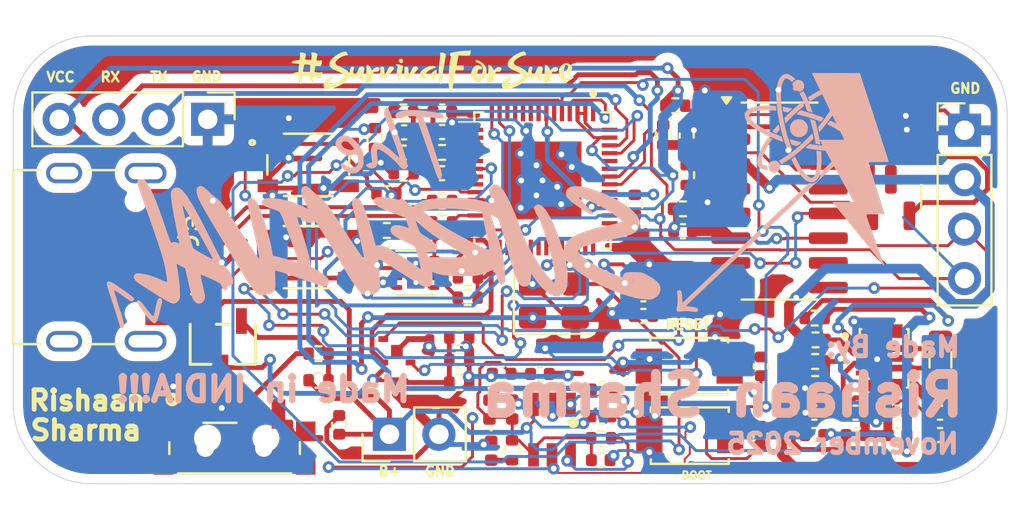
<source format=kicad_pcb>
(kicad_pcb (version 20241229) (generator "pcbnew") (generator_version "9.0")
  (layers (0 "F.Cu" signal) (2 "B.Cu" signal) (13 "F.Paste" user) (15 "B.Paste" user) (5 "F.SilkS" user "F.Silkscreen") (7 "B.SilkS" user "B.Silkscreen") (1 "F.Mask" user) (3 "B.Mask" user) (25 "Edge.Cuts" user))
  (net 0 "")
  (net 1 "+5V")
  (net 2 "B-")
  (net 3 "VOUT_1")
  (net 4 "Net-(C8-Pad2)")
  (net 5 "Net-(U4-CHIP_PU)")
  (net 6 "Net-(U6-VBG)")
  (net 7 "B+")
  (net 8 "Net-(U10-VAUX)")
  (net 9 "Net-(D1-A)")
  (net 10 "Net-(D2-K)")
  (net 11 "Net-(D3-K)")
  (net 12 "Net-(IC1-V1)")
  (net 13 "Net-(IC1-V2)")
  (net 14 "SCL_2")
  (net 15 "SDA_2")
  (net 16 "RX_GPS")
  (net 17 "TX_GPS")
  (net 18 "USB_D_UF+")
  (net 19 "Net-(U4-GPIO0)")
  (net 20 "Net-(C14-Pad2)")
  (net 23 "Net-(U10-L1)")
  (net 24 "Net-(U10-L2)")
  (net 25 "Net-(Q1-B)")
  (net 26 "Net-(Q1-E)")
  (net 27 "Net-(U6-VFB)")
  (net 29 "SCL_1")
  (net 30 "SDA_1")
  (net 31 "Net-(U9-~{CHRG})")
  (net 32 "Net-(U9-PROG)")
  (net 33 "Net-(U9-STDBY)")
  (net 34 "USB_D-")
  (net 35 "Net-(U10-PG)")
  (net 36 "FB")
  (net 37 "Net-(U10-EN)")
  (net 38 "SW_1")
  (net 39 "SW_2")
  (net 40 "Net-(J5-CC2)")
  (net 41 "USB_D+")
  (net 42 "Net-(J5-CC1)")
  (net 43 "Net-(U4-GPIO12)")
  (net 44 "Net-(U4-GPIO2)")
  (net 46 "XTAL_P")
  (net 59 "LS_PD_SCK")
  (net 62 "LS_DOUT")
  (net 79 "Net-(R20-Pad1)")
  (net 81 "Net-(U1-G)")
  (net 82 "XTAL_N")
  (net 86 "USB_D_UF-")
  (footprint "SKRPACE010_1:SW_SKRPACE010" (layer "F.Cu") (at 138.429849 90.09 180)
    (property "Reference" "S2" (hide yes))
    (property "Value" "SKRPACE010" (hide yes))
  )
  (footprint "SSSS810701:SW_PCM12SMTR" (layer "F.Cu") (at 134.66 99.9)
    (property "Reference" "SW1" (hide yes))
    (property "Value" "PCM12SMTR" (hide yes))
  )
  (footprint "Resistor_SMD:R_0402_1005Metric" (layer "F.Cu") (at 145.31 87.2)
    (property "Reference" "R26" (hide yes))
    (property "Value" "22Ω" (hide yes))
  )
  (footprint "Inductor_SMD:L_0805_2012Metric" (layer "F.Cu") (at 170.885 95.36 90)
    (property "Reference" "L1" (hide yes))
    (property "Value" "1.5uH" (hide yes))
  )
  (footprint "Package_SON:WSON-8-1EP_2x2mm_P0.5mm_EP0.9x1.6mm_ThermalVias" (layer "F.Cu") (at 143.96 90.9)
    (property "Reference" "U3" (hide yes))
    (property "Value" "TMP1075DSG" (hide yes))
  )
  (footprint "Capacitor_SMD:C_0402_1005Metric" (layer "F.Cu") (at 168.685 98.08)
    (property "Reference" "C31" (hide yes))
    (property "Value" "10uF" (hide yes))
  )
  (footprint "LOGO" (layer "F.Cu") (at 144.83 80.61)
    (property "Reference" "G***" (hide yes))
    (property "Value" "LOGO" (hide yes))
  )
  (footprint "Resistor_SMD:R_0402_1005Metric" (layer "F.Cu") (at 146.63 91.13)
    (property "Reference" "R2" (hide yes))
    (property "Value" "5kΩ" (hide yes))
  )
  (footprint "LED_SMD:LED_0402_1005Metric" (layer "F.Cu") (at 147.73734 97.92 -90)
    (property "Reference" "D2" (hide yes))
    (property "Value" "LED" (hide yes))
  )
  (footprint "Resistor_SMD:R_0402_1005Metric" (layer "F.Cu") (at 157.67 87.6075)
    (property "Reference" "R6" (hide yes))
    (property "Value" "4.7kΩ" (hide yes))
  )
  (footprint "Capacitor_SMD:C_0402_1005Metric" (layer "F.Cu") (at 161.65 99.26 90)
    (property "Reference" "C14" (hide yes))
    (property "Value" "0.1uF" (hide yes))
  )
  (footprint "Capacitor_SMD:C_0402_1005Metric" (layer "F.Cu") (at 166.525 99.23 180)
    (property "Reference" "C25" (hide yes))
    (property "Value" "0.1uF" (hide yes))
  )
  (footprint "Capacitor_SMD:C_0402_1005Metric" (layer "F.Cu") (at 143.34 84.72 180)
    (property "Reference" "C17" (hide yes))
    (property "Value" "1uF" (hide yes))
  )
  (footprint "Capacitor_SMD:C_0402_1005Metric" (layer "F.Cu") (at 157.67 88.7575 180)
    (property "Reference" "C12" (hide yes))
    (property "Value" "0.1uF" (hide yes))
  )
  (footprint "Resistor_SMD:R_0402_1005Metric" (layer "F.Cu") (at 141.86 83.97 -90)
    (property "Reference" "R37" (hide yes))
    (property "Value" "10kΩ" (hide yes))
  )
  (footprint "Capacitor_SMD:C_0402_1005Metric" (layer "F.Cu") (at 143.36 83.68 180)
    (property "Reference" "C18" (hide yes))
    (property "Value" "1uF" (hide yes))
  )
  (footprint "SKRPACE010_1:SW_SKRPACE010" (layer "F.Cu") (at 138.440152 85.35)
    (property "Reference" "S1" (hide yes))
    (property "Value" "SKRPACE010" (hide yes))
  )
  (footprint "Capacitor_SMD:C_0402_1005Metric" (layer "F.Cu") (at 155.6425 93.111199)
    (property "Reference" "C2" (hide yes))
    (property "Value" "10pF" (hide yes))
  )
  (footprint "Resistor_SMD:R_0402_1005Metric" (layer "F.Cu") (at 156.65648 83.81166 -90)
    (property "Reference" "R9" (hide yes))
    (property "Value" "4.7kΩ" (hide yes))
  )
  (footprint "Resistor_SMD:R_0402_1005Metric" (layer "F.Cu") (at 148.9 100.01 90)
    (property "Reference" "R1" (hide yes))
    (property "Value" "220Ω" (hide yes))
  )
  (footprint "Capacitor_SMD:C_0402_1005Metric" (layer "F.Cu") (at 161.67 95.7 90)
    (property "Reference" "C8" (hide yes))
    (property "Value" "1uF" (hide yes))
  )
  (footprint "HSFPAR004A1:HSFPAR004A" (layer "F.Cu") (at 142.99 94.9 90)
    (property "Reference" "IC1" (hide yes))
    (property "Value" "HSFPAR004A" (hide yes))
  )
  (footprint "Capacitor_SMD:C_0402_1005Metric" (layer "F.Cu") (at 145.32 82.61)
    (property "Reference" "C19" (hide yes))
    (property "Value" "1uF" (hide yes))
  )
  (footprint "Resistor_SMD:R_0402_1005Metric" (layer "F.Cu") (at 146.19 95.37 180)
    (property "Reference" "R33" (hide yes))
    (property "Value" "10kΩ" (hide yes))
  )
  (footprint "Resistor_SMD:R_0402_1005Metric" (layer "F.Cu") (at 145.31 88.3)
    (property "Reference" "R27" (hide yes))
    (property "Value" "22Ω" (hide yes))
  )
  (footprint "Resistor_SMD:R_0402_1005Metric" (layer "F.Cu") (at 142.45 86.82 180)
    (property "Reference" "R24" (hide yes))
    (property "Value" "10kΩ" (hide yes))
  )
  (footprint "Connector_PinHeader_2.54mm:PinHeader_1x04_P2.54mm_Vertical" (layer "F.Cu") (at 133.28 83.01 -90)
    (property "Reference" "J3" (hide yes))
    (property "Value" "Conn_01x04" (hide yes))
  )
  (footprint "Capacitor_SMD:C_0402_1005Metric" (layer "F.Cu") (at 166.525 98.08 180)
    (property "Reference" "C26" (hide yes))
    (property "Value" "10uF" (hide yes))
  )
  (footprint "ESP32-S3FN8-MOD:ESP32-S3FN8" (layer "F.Cu") (at 150.46 86.15 -90)
    (property "Reference" "U4" (hide yes))
    (property "Value" "ESP32-S3FN8" (hide yes))
  )
  (footprint "Resistor_SMD:R_0402_1005Metric" (layer "F.Cu") (at 146.62 92.17)
    (property "Reference" "R3" (hide yes))
    (property "Value" "5kΩ" (hide yes))
  )
  (footprint "Capacitor_SMD:C_0402_1005Metric" (layer "F.Cu") (at 150.33 96.09)
    (property "Reference" "C7" (hide yes))
    (property "Value" "0.1uF" (hide yes))
  )
  (footprint "Resistor_SMD:R_0402_1005Metric" (layer "F.Cu") (at 157.27648 82.31166 180)
    (property "Reference" "R8" (hide yes))
    (property "Value" "4.7kΩ" (hide yes))
  )
  (footprint "Capacitor_SMD:C_0402_1005Metric" (layer "F.Cu") (at 170.865 98.08)
    (property "Reference" "C27" (hide yes))
    (property "Value" "22uF" (hide yes))
  )
  (footprint "Push Button 1:Push Button" (layer "F.Cu") (at 157.99 95.69 180)
    (property "Reference" "S3" (hide yes))
    (property "Value" "TS-1088-AR02016" (hide yes))
  )
  (footprint "TPS63070_2:VREG_TPS63070RNMR" (layer "F.Cu") (at 167.995 95.29)
    (property "Reference" "U10" (hide yes))
    (property "Value" "TPS63070RNMR" (hide yes))
  )
  (footprint "Package_TO_SOT_SMD:SOT-23" (layer "F.Cu") (at 168.34 87.03 90)
    (property "Reference" "Q1" (hide yes))
    (property "Value" "SS8550" (hide yes))
  )
  (footprint "Connector_PinHeader_2.54mm:PinHeader_1x04_P2.54mm_Vertical" (layer "F.Cu") (at 172.12 83.57)
    (property "Reference" "J2" (hide yes))
    (property "Value" "Conn_01x04" (hide yes))
  )
  (footprint "Capacitor_SMD:C_0402_1005Metric" (layer "F.Cu") (at 145.31 83.66)
    (property "Reference" "C15" (hide yes))
    (property "Value" "22uF" (hide yes))
  )
  (footprint "Resistor_SMD:R_0402_1005Metric" (layer "F.Cu") (at 164.475 94.34 180)
    (property "Reference" "R14" (hide yes))
    (property "Value" "100kΩ" (hide yes))
  )
  (footprint "LED_SMD:LED_0402_1005Metric" (layer "F.Cu") (at 147.83 100.035 -90)
    (property "Reference" "D1" (hide yes))
    (property "Value" "LED" (hide yes))
  )
  (footprint "Resistor_SMD:R_0402_1005Metric" (layer "F.Cu") (at 153.47 99.39 180)
    (property "Reference" "R11" (hide yes))
    (property "Value" "2kΩ" (hide yes))
  )
  (footprint "Resistor_SMD:R_0402_1005Metric" (layer "F.Cu") (at 132.13 88.33 90)
    (property "Reference" "R28" (hide yes))
    (property "Value" "5.1kΩ" (hide yes))
  )
  (footprint "Resistor_SMD:R_0402_1005Metric" (layer "F.Cu") (at 153.47 98.26 180)
    (property "Reference" "R12" (hide yes))
    (property "Value" "1kΩ" (hide yes))
  )
  (footprint "Capacitor_SMD:C_0402_1005Metric" (layer "F.Cu") (at 153.45 100.52)
    (property "Reference" "C23" (hide yes))
    (property "Value" "4.7uF" (hide yes))
  )
  (footprint "Capacitor_SMD:C_0402_1005Metric" (layer "F.Cu") (at 164.415 99.23)
    (property "Reference" "C30" (hide yes))
    (property "Value" "10uF" (hide yes))
  )
  (footprint "Resistor_SMD:R_0402_1005Metric" (layer "F.Cu") (at 143.32 82.63 180)
    (property "Reference" "R30" (hide yes))
    (property "Value" "10kΩ" (hide yes))
  )
  (footprint "Capacitor_SMD:C_0402_1005Metric" (layer "F.Cu") (at 145.31 85.78 180)
    (property "Reference" "C16" (hide yes))
    (property "Value" "0.1uF" (hide yes))
  )
  (footprint "Capacitor_SMD:C_0402_1005Metric" (layer "F.Cu") (at 155.64 92)
    (property "Reference" "C1" (hide yes))
    (property "Value" "10pF" (hide yes))
  )
  (footprint "Resistor_SMD:R_0402_1005Metric" (layer "F.Cu") (at 164.455 95.45 180)
    (property "Reference" "R15" (hide yes))
    (property "Value" "470kΩ" (hide yes))
  )
  (footprint "Resistor_SMD:R_0402_1005Metric" (layer "F.Cu") (at 164.455 96.58)
    (property "Reference" "R16" (hide yes))
    (property "Value" "150kΩ" (hide yes))
  )
  (footprint "Capacitor_SMD:C_0402_1005Metric" (layer "F.Cu") (at 148.37 96.08 180)
    (property "Reference" "C6" (hide yes))
    (property "Value" "10uF" (hide yes))
  )
  (footprint "Resistor_SMD:R_0402_1005Metric" (layer "F.Cu") (at 138.96648 96.41666)
    (property "Reference" "R21" (hide yes))
    (property "Value" "100kΩ" (hide yes))
  )
  (footprint "AO3401A_12:SOT-23-3L_AOS" (layer "F.Cu") (at 134.05648 94.56666 180)
    (property "Reference" "U1" (hide yes))
    (property "Value" "AO3401A" (hide yes))
  )
  (footprint "Resistor_SMD:R_0402_1005Metric" (layer "F.Cu") (at 157.86 85.875 -90)
    (property "Reference" "R5" (hide yes))
    (property "Value" "4.7kΩ" (hide yes))
  )
  (footprint "Resistor_SMD:R_0402_1005Metric" (layer "F.Cu") (at 164.43 93.22)
    (property "Reference" "R17" (hide yes))
    (property "Value" "10kΩ" (hide yes))
  )
  (footprint "Capacitor_SMD:C_0402_1005Metric" (layer "F.Cu") (at 157.86 83.845 90)
    (property "Reference" "C13" (hide yes))
    (property "Value" "0.1uF" (hide yes))
  )
  (footprint "Push Button 1:Push Button" (layer "F.Cu") (at 158.02 99.26 180)
    (property "Reference" "S4" (hide yes))
    (property "Value" "TS-1088-AR02016" (hide yes))
  )
  (footprint "NHD-C0220BIZ-FSW-FBW-3V3M_2:AMPHENOL_10155435-00011LF" (layer "F.Cu") (at 125.91 90.09 -90)
    (property "Reference" "J5")
    (property "Value" "USB Type-C Input" (hide yes))
  )
  (footprint "Resistor_SMD:R_0402_1005Metric" (layer "F.Cu") (at 132.58 91.61)
    (property "Reference" "R29" (hide yes))
    (property "Value" "5.1kΩ" (hide yes))
  )
  (footprint "Resistor_SMD:R_0402_1005Metric" (layer "F.Cu") (at 145.31 84.71 180)
    (property "Reference" "R31" (hide yes))
    (property "Value" "10kΩ" (hide yes))
  )
  (footprint "Resistor_SMD:R_0402_1005Metric" (layer "F.Cu") (at 143.34 85.78)
    (property "Reference" "R35" (hide yes))
    (property "Value" "10kΩ" (hide yes))
  )
  (footprint "Capacitor_SMD:C_0402_1005Metric" (layer "F.Cu") (at 170.865 99.23)
    (property "Reference" "C28" (hide yes))
    (property "Value" "22uF" (hide yes))
  )
  (footprint "Package_SO:SOP-16_3.9x9.9mm_P1.27mm" (layer "F.Cu") (at 162.63 87.21)
    (property "Reference" "U6" (hide yes))
    (property "Value" "HX711" (hide yes))
  )
  (footprint "Crystal:Crystal_SMD_3225-4Pin_3.2x2.5mm" (layer "F.Cu") (at 151.05 92.32)
    (property "Reference" "U5" (hide yes))
    (property "Value" "SMD3225" (hide yes))
  )
  (footprint "Resistor_SMD:R_0402_1005Metric" (layer "F.Cu") (at 153.49 96.9)
    (property "Reference" "R10" (hide yes))
    (property "Value" "1kΩ" (hide yes))
  )
  (footprint "Resistor_SMD:R_0402_1005Metric" (layer "F.Cu") (at 155.2 87.4 90)
    (property "Reference" "R36" (hide yes))
    (property "Value" "10kΩ" (hide yes))
  )
  (footprint "Resistor_SMD:R_0402_1005Metric" (layer "F.Cu") (at 146.19 94.22 180)
    (property "Reference" "R34" (hide yes))
    (property "Value" "10kΩ" (hide yes))
  )
  (footprint "Resistor_SMD:R_0402_1005Metric" (layer "F.Cu") (at 146.19 96.53 180)
    (property "Reference" "R32" (hide yes))
    (property "Value" "10kΩ" (hide yes))
  )
  (footprint "Resistor_SMD:R_0402_1005Metric" (layer "F.Cu") (at 142.47 88.72 180)
    (property "Reference" "R25" (hide yes))
    (property "Value" "10kΩ" (hide yes))
  )
  (footprint "Capacitor_SMD:C_0402_1005Metric" (layer "F.Cu") (at 140.02648 98.70666 90)
    (property "Reference" "C24" (hide yes))
    (property "Value" "10uF" (hide yes))
  )
  (footprint "Resistor_SMD:R_0402_1005Metric" (layer "F.Cu") (at 138.96648 95.04666)
    (property "Reference" "R20" (hide yes))
    (property "Value" "100Ω" (hide yes))
  )
  (footprint "Capacitor_SMD:C_0402_1005Metric" (layer "F.Cu") (at 164.415 98.08)
    (property "Reference" "C29" (hide yes))
    (property "Value" "22uF" (hide yes))
  )
  (footprint "Connector_PinHeader_2.54mm:PinHeader_1x02_P2.54mm_Vertical" (layer "F.Cu") (at 142.605 99.19 90)
    (property "Reference" "J1" (hide yes))
    (property "Value" "Battery" (hide yes))
  )
  (footprint "LED_SMD:LED_0402_1005Metric" (layer "F.Cu") (at 148.90734 97.9175 -90)
    (property "Reference" "D3" (hide yes))
    (property "Value" "LED" (hide yes))
  )
  (footprint "Capacitor_SMD:C_0402_1005Metric" (layer "F.Cu") (at 168.685 99.23)
    (property "Reference" "C32" (hide yes))
    (property "Value" "10uF" (hide yes))
  )
  (footprint "Library:SOT23-6" (layer "F.Cu") (at 150.95 98.9499 180)
    (property "Reference" "U9" (hide yes))
    (property "Value" "TP4057" (hide yes))
  )
  (footprint "LOGO" (layer "B.Cu") (at 142.474653 89.718073 180)
    (property "Reference" "G***" (hide yes))
    (property "Value" "LOGO" (hide yes))
  )
  (footprint "LOGO" (layer "B.Cu") (at 162.83 86.63 180)
    (property "Reference" "G***" (hide yes))
    (property "Value" "LOGO" (hide yes))
  )
  (gr_line (start 170.309851 78.725688) (end 127.309851 78.725688) (stroke (width 0.05)) (layer "Edge.Cuts"))
  (gr_line (start 174.309851 97.725688) (end 174.309851 82.725688) (stroke (width 0.05)) (layer "Edge.Cuts"))
  (gr_arc (start 123.309851 82.725688) (mid 124.481424 79.897261) (end 127.309851 78.725688) (stroke (width 0.05)) (layer "Edge.Cuts"))
  (gr_arc (start 127.309851 101.725688) (mid 124.481424 100.554115) (end 123.309851 97.725688) (stroke (width 0.05)) (layer "Edge.Cuts"))
  (gr_arc (start 170.309851 78.725688) (mid 173.138278 79.897261) (end 174.309851 82.725688) (stroke (width 0.05)) (layer "Edge.Cuts"))
  (gr_arc (start 174.309851 97.725688) (mid 173.138278 100.554115) (end 170.309851 101.725688) (stroke (width 0.05)) (layer "Edge.Cuts"))
  (gr_line (start 127.309851 101.725688) (end 170.309851 101.725688) (stroke (width 0.05)) (layer "Edge.Cuts"))
  (gr_line (start 123.309851 82.725688) (end 123.309851 97.725688) (stroke (width 0.05)) (layer "Edge.Cuts"))
  (gr_text "RX" (at 128.28 80.84 0) (layer "F.SilkS") (effects (font (size 0.5 0.5) (thickness 0.125))))
  (gr_text "GND" (at 133.23 80.82 0) (layer "F.SilkS") (effects (font (size 0.5 0.5) (thickness 0.125))))
  (gr_text "VCC" (at 125.73 80.84 0) (layer "F.SilkS") (effects (font (size 0.5 0.5) (thickness 0.125))))
  (gr_text "RESET" (at 157.92 93.56 0) (layer "F.SilkS") (effects (font (size 0.5 0.5) (thickness 0.125))))
  (gr_text "Rishaan" (at 123.97 98.04 0) (layer "F.SilkS") (effects (font (size 1 1) (thickness 0.25) (bold yes)) (justify left bottom)))
  (gr_text "BOOT" (at 158.37 101.31 0) (layer "F.SilkS") (effects (font (size 0.4 0.4) (thickness 0.1))))
  (gr_text "B+" (at 142.62 101.09 0) (layer "F.SilkS") (effects (font (size 0.5 0.5) (thickness 0.125))))
  (gr_text "TX" (at 130.77 80.83 0) (layer "F.SilkS") (effects (font (size 0.5 0.5) (thickness 0.125))))
  (gr_text "GND" (at 172.16 81.42 0) (layer "F.SilkS") (effects (font (size 0.5 0.5) (thickness 0.125))))
  (gr_text "Sharma" (at 124.06 99.57 0) (layer "F.SilkS") (effects (font (size 1 1) (thickness 0.25) (bold yes)) (justify left bottom)))
  (gr_text "GND" (at 145.2 101.1 0) (layer "F.SilkS") (effects (font (size 0.5 0.5) (thickness 0.125))))
  (gr_text "Rishaan Sharma" (at 172.32 98.36 0) (layer "B.SilkS") (effects (font (size 2 2) (thickness 0.5) (bold yes)) (justify left bottom mirror)))
  (gr_text "Made in INDIA!!!" (at 143.83 97.61 0) (layer "B.SilkS") (effects (font (size 1.25 1.25) (thickness 0.3125) (bold yes)) (justify left bottom mirror)))
  (gr_text "November 2025" (at 171.95 100.26 0) (layer "B.SilkS") (effects (font (size 1 1) (thickness 0.25) (bold yes)) (justify left bottom mirror)))
  (gr_text "Made By:" (at 172.01 95.29 0) (layer "B.SilkS") (effects (font (size 1 1) (thickness 0.25) (bold yes)) (justify left bottom mirror)))
  (segment (start 148.9075 98.295) (end 148.91 98.2925) (width 0.2) (layer "F.Cu") (net 1))
  (segment (start 150.551 99.374) (end 150 99.925) (width 0.15) (layer "F.Cu") (net 1))
  (segment (start 147.74 98.295) (end 148.9075 98.295) (width 0.2) (layer "F.Cu") (net 1))
  (segment (start 150 99.925) (end 150 100.25) (width 0.15) (layer "F.Cu") (net 1))
  (segment (start 148.90734 99.49266) (end 148.9 99.5) (width 0.15) (layer "F.Cu") (net 1))
  (segment (start 152.97 100.52) (end 152.97 99.4) (width 0.15) (layer "F.Cu") (net 1))
  (segment (start 149.85 96.09) (end 148.86 96.09) (width 0.15) (layer "F.Cu") (net 1))
  (segment (start 148.9 99.5) (end 149.25 99.5) (width 0.15) (layer "F.Cu") (net 1))
  (segment (start 147.246 95.821806) (end 147.246 97.003332) (width 0.15) (layer "F.Cu") (net 1))
  (segment (start 148.264 95.494) (end 147.573806 95.494) (width 0.15) (layer "F.Cu") (net 1))
  (segment (start 152.96 99.39) (end 152.944 99.374) (width 0.15) (layer "F.Cu") (net 1))
  (segment (start 148.86 96.09) (end 148.85 96.08) (width 0.15) (layer "F.Cu") (net 1))
  (segment (start 152.97 99.4) (end 152.96 99.39) (width 0.15) (layer "F.Cu") (net 1))
  (segment (start 148.85 96.08) (end 148.264 95.494) (width 0.15) (layer "F.Cu") (net 1))
  (segment (start 149.25 99.5) (end 150 100.25) (width 0.15) (layer "F.Cu") (net 1))
  (segment (start 152.944 99.374) (end 150.551 99.374) (width 0.15) (layer "F.Cu") (net 1))
  (segment (start 147.14134 97.809) (end 147.73734 98.405) (width 0.15) (layer "F.Cu") (net 1))
  (segment (start 148.90734 98.4025) (end 148.90734 99.49266) (width 0.15) (layer "F.Cu") (net 1))
  (segment (start 147.14134 97.107992) (end 147.14134 97.809) (width 0.15) (layer "F.Cu") (net 1))
  (segment (start 147.246 97.003332) (end 147.14134 97.107992) (width 0.15) (layer "F.Cu") (net 1))
  (segment (start 147.573806 95.494) (end 147.246 95.821806) (width 0.15) (layer "F.Cu") (net 1))
  (segment (start 168.81645 97.46855) (end 168.205 98.08) (width 0.15) (layer "F.Cu") (net 2))
  (segment (start 142.83 85.78) (end 142.703173 85.78) (width 0.25) (layer "F.Cu") (net 2))
  (segment (start 150.46 86.15) (end 150.46 86.61) (width 0.15) (layer "F.Cu") (net 2))
  (segment (start 155.945 100.106) (end 155.945 99.26) (width 0.25) (layer "F.Cu") (net 2))
  (segment (start 169.19 83.57) (end 169.16 83.54) (width 0.2) (layer "F.Cu") (net 2))
  (segment (start 144.91 91.15) (end 144.91 90.65) (width 0.2) (layer "F.Cu") (net 2))
  (segment (start 170.385 98.08) (end 170.067194 98.08) (width 0.15) (layer "F.Cu") (net 2))
  (segment (start 147.83 99.55) (end 147.610674 99.55) (width 0.25) (layer "F.Cu") (net 2))
  (segment (start 150.46 85.678526) (end 150.150983 85.369509) (width 0.15) (layer "F.Cu") (net 2))
  (segment (start 167.192192 96.04) (end 166.845 96.04) (width 0.2) (layer "F.Cu") (net 2))
  (segment (start 168.595 95.29) (end 167.942192 95.29) (width 0.2) (layer "F.Cu") (net 2))
  (segment (start 133.09 91.269798) (end 133.999798 90.36) (width 0.2) (layer "F.Cu") (net 2))
  (segment (start 145.15 98.08) (end 146.7 96.53) (width 0.25) (layer "F.Cu") (net 2))
  (segment (start 159.32 93.278173) (end 159.572172 93.026001) (width 0.25) (layer "F.Cu") (net 2))
  (segment (start 163.945 96.58) (end 163.945 96.809) (width 0.2) (layer "F.Cu") (net 2))
  (segment (start 151.43 85.18) (end 151.43 84.81) (width 0.15) (layer "F.Cu") (net 2))
  (segment (start 167.585 98.548926) (end 167.736074 98.548926) (width 0.2) (layer "F.Cu") (net 2))
  (segment (start 140.515152 86.425) (end 140.397186 86.542966) (width 0.25) (layer "F.Cu") (net 2))
  (segment (start 140.754815 89.264966) (end 140.504849 89.015) (width 0.15) (layer "F.Cu") (net 2))
  (segment (start 150.46 86.15) (end 150.886116 86.15) (width 0.15) (layer "F.Cu") (net 2))
  (segment (start 153.93 100.52) (end 153.93 100.472822) (width 0.15) (layer "F.Cu") (net 2))
  (segment (start 163.954 98.08) (end 163.954 99.211) (width 0.2) (layer "F.Cu") (net 2))
  (segment (start 155.915 95.69) (end 154.785 95.69) (width 0.25) (layer "F.Cu") (net 2))
  (segment (start 139.22 86.542966) (end 136.483118 86.542966) (width 0.25) (layer "F.Cu") (net 2))
  (segment (start 136.365152 86.425) (end 136.365152 86.690152) (width 0.25) (layer "F.Cu") (net 2))
  (segment (start 170.067194 98.08) (end 169.455744 97.46855) (width 0.15) (layer "F.Cu") (net 2))
  (segment (start 136.365152 86.051666) (end 137.431712 84.985106) (width 0.25) (layer "F.Cu") (net 2))
  (segment (start 166.455 93.395) (end 166.775 93.395) (width 0.2) (layer "F.Cu") (net 2))
  (segment (start 166.775 93.395) (end 167.27 93.89) (width 0.2) (layer "F.Cu") (net 2))
  (segment (start 144.91 90.65) (end 144.21 90.65) (width 0.2) (layer "F.Cu") (net 2))
  (segment (start 145.15 99.185) (end 145.15 98.08) (width 0.25) (layer "F.Cu") (net 2))
  (segment (start 155.915 95.366) (end 155.96 95.321) (width 0.25) (layer "F.Cu") (net 2))
  (segment (start 150.95 97.6498) (end 150.95 98.215) (width 0.15) (layer "F.Cu") (net 2))
  (segment (start 146.7 94.505) (end 146.53 94.675) (width 0.15) (layer "F.Cu") (net 2))
  (segment (start 131.82 97.04) (end 131.51 96.73) (width 0.2) (layer "F.Cu") (net 2))
  (segment (start 136.365152 86.425) (end 136.365152 86.051666) (width 0.25) (layer "F.Cu") (net 2))
  (segment (start 154.785 95.69) (end 154.59 95.495) (width 0.25) (layer "F.Cu") (net 2))
  (segment (start 159.503138 87.845) (end 158.93309 87.274952) (width 0.25) (layer "F.Cu") (net 2))
  (segment (start 133.2 97.04) (end 131.82 97.04) (width 0.2) (layer "F.Cu") (net 2))
  (segment (start 150.46 85.889268) (end 149.340732 84.77) (width 0.15) (layer "F.Cu") (net 2))
  (segment (start 167.942192 95.29) (end 167.192192 96.04) (width 0.2) (layer "F.Cu") (net 2))
  (segment (start 167.736074 98.548926) (end 168.205 98.08) (width 0.2) (layer "F.Cu") (net 2))
  (segment (start 150.46 86.15) (end 150.46 85.678526) (width 0.15) (layer "F.Cu") (net 2))
  (segment (start 163.954 99.211) (end 163.935 99.23) (width 0.2) (layer "F.Cu") (net 2))
  (segment (start 157.19 88.7575) (end 157.19 88.6) (width 0.25) (layer "F.Cu") (net 2))
  (segment (start 156.1225 92.9625) (end 155.16 92) (width 0.2) (layer "F.Cu") (net 2))
  (segment (start 149.340732 87.269268) (end 149.340732 87.56) (width 0.15) (layer "F.Cu") (net 2))
  (segment (start 150.95 98.215) (end 150.98 98.245) (width 0.15) (layer "F.Cu") (net 2))
  (segment (start 144.91 91.65) (end 144.71 91.65) (width 0.2) (layer "F.Cu") (net 2))
  (segment (start 172.12 83.57) (end 169.19 83.57) (width 0.2) (layer "F.Cu") (net 2))
  (segment (start 145.145 99.19) (end 145.15 99.185) (width 0.25) (layer "F.Cu") (net 2))
  (segment (start 166.845 96.04) (end 167.608914 96.04) (width 0.2) (layer "F.Cu") (net 2))
  (segment (start 142.285287 91.382455) (end 142.492456 91.382455) (width 0.15) (layer "F.Cu") (net 2))
  (segment (start 150.46 86.15) (end 150.46 85.889268) (width 0.15) (layer "F.Cu") (net 2))
  (segment (start 157.19 88.6) (end 157.24 88.55) (width 0.25) (layer "F.Cu") (net 2))
  (segment (start 143.59 94.3) (end 142.99 94.9) (width 0.25) (layer "F.Cu") (net 2))
  (segment (start 150.46 86.61) (end 150.15 86.92) (width 0.15) (layer "F.Cu") (net 2))
  (segment (start 150.46 86.15) (end 151.151942 85.458058) (width 0.15) (layer "F.Cu") (net 2))
  (segment (start 144.71 91.65) (end 143.96 90.9) (width 0.2) (layer "F.Cu") (net 2))
  (segment (start 142.760001 91.65) (end 143.01 91.65) (width 0.15) (layer "F.Cu") (net 2))
  (segment (start 150.46 86.41) (end 151.42 87.37) (width 0.15) (layer "F.Cu") (net 2))
  (segment (start 140.232916 100.366) (end 143.969 100.366) (width 0.25) (layer "F.Cu") (net 2))
  (segment (start 155.945 98.745) (end 155.26 98.06) (width 0.25) (layer "F.Cu") (net 2))
  (segment (start 147.89 96.08) (end 147.89 96.146) (width 0.25) (layer "F.Cu") (net 2))
  (segment (start 153.93 100.472822) (end 154.110555 100.292267) (width 0.15) (layer "F.Cu") (net 2))
  (segment (start 155.945 98.531) (end 156.23 98.246) (width 0.25) (layer "F.Cu") (net 2))
  (segment (start 158.026646 83.365) (end 158.230823 83.569177) (width 0.25) (layer "F.Cu") (net 2))
  (segment (start 150.46 86.15) (end 149.620287 85.310287) (width 0.15) (layer "F.Cu") (net 2))
  (segment (start 150.46 86.15) (end 149.37 86.15) (width 0.15) (layer "F.Cu") (net 2))
  (segment (start 142.83 85.78) (end 142.83 84.75) (width 0.25) (layer "F.Cu") (net 2))
  (segment (start 145.79 83.72) (end 144.8 84.71) (width 0.25) (layer "F.Cu") (net 2))
  (segment (start 151.65 93.17) (end 152.15 93.17) (width 0.2) (layer "F.Cu") (net 2))
  (segment (start 150.46 86.15) (end 150.46 86.41) (width 0.15) (layer "F.Cu") (net 2))
  (segment (start 155.16 92) (end 155.16 91.88853) (width 0.2) (layer "F.Cu") (net 2))
  (segment (start 133.28 83.01) (end 133.28 86.93) (width 0.2) (layer "F.Cu") (net 2))
  (segment (start 142.492456 91.382455) (end 142.760001 91.65) (width 0.15) (layer "F.Cu") (net 2))
  (segment (start 167.77 96.201086) (end 167.77 96.69) (width 0.2) (layer "F.Cu") (net 2))
  (segment (start 136.483118 86.542966) (end 136.365152 86.425) (width 0.25) (layer "F.Cu") (net 2))
  (segment (start 142.285286 91.382454) (end 142.285287 91.382455) (width 0.15) (layer "F.Cu") (net 2))
  (segment (start 147.89 96.146) (end 147.821 96.215) (width 0.25) (layer "F.Cu") (net 2))
  (segment (start 149.95 91.47) (end 151.65 93.17) (width 0.2) (layer "F.Cu") (net 2))
  (segment (start 140.504849 89.015) (end 137.365 89.015) (width 0.15) (layer "F.Cu") (net 2))
  (segment (start 142.88 84.7) (end 142.86 84.72) (width 0.25) (layer "F.Cu") (net 2))
  (segment (start 151.76 96.176) (end 150.896 96.176) (width 0.25) (layer "F.Cu") (net 2))
  (segment (start 151.151942 85.458058) (end 151.961942 85.458058) (width 0.15) (layer "F.Cu") (net 2))
  (segment (start 158.79 81.530631) (end 162.529369 81.530631) (width 0.25) (layer "F.Cu") (net 2))
  (segment (start 143.69 94.3) (end 143.59 94.3) (width 0.25) (layer "F.Cu") (net 2))
  (segment (start 140.945999 89.264966) (end 140.754815 89.264966) (width 0.15) (layer "F.Cu") (net 2))
  (segment (start 157.19 87.6375) (end 157.16 87.6075) (width 0.25) (layer "F.Cu") (net 2))
  (segment (start 150.46 86.15) (end 151.43 85.18) (width 0.15) (layer "F.Cu") (net 2))
  (segment (start 149.620287 85.310287) (end 149.620287 83.604332) (width 0.15) (layer "F.Cu") (net 2))
  (segment (start 133.28 83.01) (end 137.38 83.01) (width 0.2) (layer "F.Cu") (net 2))
  (segment (start 147.610674 99.55) (end 147.444025 99.716649) (width 0.25) (layer "F.Cu") (net 2))
  (segment (start 169.455744 97.46855) (end 168.81645 97.46855) (width 0.15) (layer "F.Cu") (net 2))
  (segment (start 157.86 83.365) (end 158.026646 83.365) (width 0.25) (layer "F.Cu") (net 2))
  (segment (start 137.38 83.01) (end 137.44 82.95) (width 0.2) (layer "F.Cu") (net 2))
  (segment (start 155.945 99.26) (end 155.945 98.531) (width 0.25) (layer "F.Cu") (net 2))
  (segment (start 150.886116 86.15) (end 151.218058 86.481942) (width 0.15) (layer "F.Cu") (net 2))
  (segment (start 160.13 87.845) (end 159.503138 87.845) (width 0.25) (layer "F.Cu") (net 2))
  (segment (start 139.39048 99.523564) (end 140.232916 100.366) (width 0.25) (layer "F.Cu") (net 2))
  (segment (start 167.608914 96.04) (end 167.77 96.201086) (width 0.2) (layer "F.Cu") (net 2))
  (segment (start 146.7 95.37) (end 146.7 96.53) (width 0.25) (layer "F.Cu") (net 2))
  (segment (start 144.21 90.65) (end 143.96 90.4) (width 0.2) (layer "F.Cu") (net 2))
  (segment (start 139.39048 98.849756) (end 139.39048 99.523564) (width 0.25) (layer "F.Cu") (net 2))
  (segment (start 146.7 94.22) (end 146.7 94.505) (width 0.15) (layer "F.Cu") (net 2))
  (segment (start 140.013576 98.22666) (end 139.39048 98.849756) (width 0.25) (layer "F.Cu") (net 2))
  (segment (start 140.02648 98.22666) (end 140.013576 98.22666) (width 0.25) (layer "F.Cu") (net 2))
  (segment (start 155.915 95.69) (end 155.915 95.366) (width 0.25) (layer "F.Cu") (net 2))
  (segment (start 143.969 100.366) (end 145.145 99.19) (width 0.25) (layer "F.Cu") (net 2))
  (segment (start 156.1225 93.111199) (end 156.1225 92.9625) (width 0.2) (layer "F.Cu") (net 2))
  (segment (start 137.365 89.015) (end 137.31 89.07) (width 0.15) (layer "F.Cu") (net 2))
  (segment (start 171.1 82.55) (end 172.12 83.57) (width 0.2) (layer "F.Cu") (net 2))
  (segment (start 150.46 86.15) (end 149.340732 87.269268) (width 0.15) (layer "F.Cu") (net 2))
  (segment (start 134 97.84) (end 133.2 97.04) (width 0.2) (layer "F.Cu") (net 2))
  (segment (start 155.16 91.88853) (end 154.690735 91.419265) (width 0.2) (layer "F.Cu") (net 2))
  (segment (start 157.24 88.55) (end 157.24 87.6875) (width 0.15) (layer "F.Cu") (net 2))
  (segment (start 136.365152 86.690152) (end 136.6 86.925) (width 0.25) (layer "F.Cu") (net 2))
  (segment (start 157.24 87.6875) (end 157.16 87.6075) (width 0.15) (layer "F.Cu") (net 2))
  (segment (start 133.28 86.93) (end 133.54 87.19) (width 0.2) (layer "F.Cu") (net 2))
  (segment (start 162.529369 81.530631) (end 162.57 81.49) (width 0.25) (layer "F.Cu") (net 2))
  (segment (start 142.703173 85.78) (end 142.162283 85.23911) (width 0.25) (layer "F.Cu") (net 2))
  (segment (start 142.88 83.68) (end 142.88 84.7) (width 0.25) (layer "F.Cu") (net 2))
  (segment (start 145.79 83.66) (end 145.79 83.72) (width 0.25) (layer "F.Cu") (net 2))
  (segment (start 133.09 91.61) (end 133.09 91.269798) (width 0.2) (layer "F.Cu") (net 2))
  (segment (start 163.945 96.809) (end 163.935 96.819) (width 0.2) (layer "F.Cu") (net 2))
  (segment (start 169.11 82.83) (end 169.39 82.55) (width 0.2) (layer "F.Cu") (net 2))
  (segment (start 169.39 82.55) (end 171.1 82.55) (width 0.2) (layer "F.Cu") (net 2))
  (segment (start 140.397186 86.542966) (end 139.22 86.542966) (width 0.25) (layer "F.Cu") (net 2))
  (segment (start 142.83 84.75) (end 142.86 84.72) (width 0.25) (layer "F.Cu") (net 2))
  (segment (start 163.645 84.035) (end 163.08 84.6) (width 0.15) (layer "F.Cu") (net 2))
  (segment (start 150.896 96.176) (end 150.81 96.09) (width 0.25) (layer "F.Cu") (net 2))
  (segment (start 165.13 84.035) (end 163.645 84.035) (width 0.15) (layer "F.Cu") (net 2))
  (segment (start 159.32 94.2) (end 159.32 93.278173) (width 0.25) (layer "F.Cu") (net 2))
  (segment (start 155.945 99.26) (end 155.945 98.745) (width 0.25) (layer "F.Cu") (net 2))
  (via (at 169.16 83.54) (size 0.6) (drill 0.3) (layers "F.Cu" "B.Cu") (net 2))
  (via (at 157.24 88.55) (size 0.6) (drill 0.3) (layers "F.Cu" "B.Cu") (net 2))
  (via (at 150.98 98.245) (size 0.6) (drill 0.3) (layers "F.Cu" "B.Cu") (net 2))
  (via (at 149.95 91.47) (size 0.6) (drill 0.3) (layers "F.Cu" "B.Cu") (net 2))
  (via (at 133.54 87.19) (size 0.6) (drill 0.3) (layers "F.Cu" "B.Cu") (net 2))
  (via (at 131.51 96.73) (size 0.6) (drill 0.3) (layers "F.Cu" "B.Cu") (net 2))
  (via (at 149.340732 87.56) (size 0.6) (drill 0.3) (layers "F.Cu" "B.Cu") (net 2))
  (via (at 163.954 98.08) (size 0.6) (drill 0.3) (layers "F.Cu" "B.Cu") (net 2))
  (via (at 151.961942 85.458058) (size 0.6) (drill 0.3) (layers "F.Cu" "B.Cu") (net 2))
  (via (at 158.93309 87.274952) (size 0.6) (drill 0.3) (layers "F.Cu" "B.Cu") (net 2))
  (via (at 155.26 98.06) (size 0.6) (drill 0.3) (layers "F.Cu" "B.Cu") (net 2))
  (via (at 163.935 96.819) (size 0.6) (drill 0.3) (layers "F.Cu" "B.Cu") (net 2))
  (via (at 167.637049 95.331825) (size 0.6) (drill 0.3) (layers "F.Cu" "B.Cu") (net 2))
  (via (at 156.23 98.246) (size 0.6) (drill 0.3) (layers "F.Cu" "B.Cu") (net 2))
  (via (at 140.945999 89.264966) (size 0.6) (drill 0.3) (layers "F.Cu" "B.Cu") (net 2))
  (via (at 166.455 93.395) (size 0.6) (drill 0.3) (layers "F.Cu" "B.Cu") (net 2))
  (via (at 159.32 94.2) (size 0.6) (drill 0.3) (layers "F.Cu" "B.Cu") (net 2))
  (via (at 150.46 86.15) (size 0.6) (drill 0.3) (layers "F.Cu" "B.Cu") (net 2))
  (via (at 169.11 82.83) (size 0.6) (drill 0.3) (layers "F.Cu" "B.Cu") (net 2))
  (via (at 150.6 94.775) (size 0.6) (drill 0.3) (layers "F.Cu" "B.Cu") (net 2))
  (via (at 154.036942 92.956942) (size 0.6) (drill 0.3) (layers "F.Cu" "B.Cu") (net 2))
  (via (at 134 97.84) (size 0.6) (drill 0.3) (layers "F.Cu" "B.Cu") (net 2))
  (via (at 155.945 100.106) (size 0.6) (drill 0.3) (layers "F.Cu" "B.Cu") (net 2))
  (via (at 155.94 90.46) (size 0.6) (drill 0.3) (layers "F.Cu" "B.Cu") (net 2))
  (via (at 151.76 96.176) (size 0.6) (drill 0.3) (layers "F.Cu" "B.Cu") (net 2))
  (via (at 155.96 95.321) (size 0.6) (drill 0.3) (layers "F.Cu" "B.Cu") (net 2))
  (via (at 145.82 83.173764) (size 0.6) (drill 0.3) (layers "F.Cu" "B.Cu") (net 2))
  (via (at 133.999798 90.36) (size 0.6) (drill 0.3) (layers "F.Cu" "B.Cu") (net 2))
  (via (at 151.42 87.37) (size 0.6) (drill 0.3) (layers "F.Cu" "B.Cu") (net 2))
  (via (at 163.08 84.6) (size 0.6) (drill 0.3) (layers "F.Cu" "B.Cu") (net 2))
  (via (at 142.88 83.68) (size 0.6) (drill 0.3) (layers "F.Cu" "B.Cu") (net 2))
  (via (at 154.110555 100.292267) (size 0.6) (drill 0.3) (layers "F.Cu" "B.Cu") (net 2))
  (via (at 154.59 95.495) (size 0.6) (drill 0.3) (layers "F.Cu" "B.Cu") (net 2))
  (via (at 142.285286 91.382454) (size 0.6) (drill 0.3) (layers "F.Cu" "B.Cu") (net 2))
  (via (at 146.671 96.215) (size 0.6) (drill 0.3) (layers "F.Cu" "B.Cu") (net 2))
  (via (at 151.218058 86.481942) (size 0.6) (drill 0.3) (layers "F.Cu" "B.Cu") (net 2))
  (via (at 159.572172 93.026001) (size 0.6) (drill 0.3) (layers "F.Cu" "B.Cu") (net 2))
  (via (at 151.43 84.81) (size 0.6) (drill 0.3) (layers "F.Cu" "B.Cu") (net 2))
  (via (at 139.22 86.542966) (size 0.6) (drill 0.3) (layers "F.Cu" "B.Cu") (net 2))
  (via (at 144.63 94.675) (size 0.6) (drill 0.3) (layers "F.Cu" "B.Cu") (net 2))
  (via (at 150.150983 85.369509) (size 0.6) (drill 0.3) (layers "F.Cu" "B.Cu") (net 2))
  (via (at 147.444025 99.716649) (size 0.6) (drill 0.3) (layers "F.Cu" "B.Cu") (net 2))
  (via (at 158.230823 83.569177) (size 0.6) (drill 0.3) (layers "F.Cu" "B.Cu") (net 2))
  (via (at 146.53 94.675) (size 0.6) (drill 0.3) (layers "F.Cu" "B.Cu") (net 2))
  (via (at 137.44 82.95) (size 0.6) (drill 0.3) (layers "F.Cu" "B.Cu") (net 2))
  (via (at 137.31 89.07) (size 0.6) (drill 0.3) (layers "F.Cu" "B.Cu") (net 2))
  (via (at 149.37 86.15) (size 0.6) (drill 0.3) (layers "F.Cu" "B.Cu") (net 2))
  (via (at 149.620287 83.604332) (size 0.6) (drill 0.3) (layers "F.Cu" "B.Cu") (net 2))
  (via (at 149.340732 84.77) (size 0.6) (drill 0.3) (layers "F.Cu" "B.Cu") (net 2))
  (via (at 142.162283 85.23911) (size 0.6) (drill 0.3) (layers "F.Cu" "B.Cu") (net 2))
  (via (at 162.57 81.49) (size 0.6) (drill 0.3) (layers "F.Cu" "B.Cu") (net 2))
  (via (at 150.15 86.92) (size 0.6) (drill 0.3) (layers "F.Cu" "B.Cu") (net 2))
  (via (at 167.585 98.548926) (size 0.6) (drill 0.3) (layers "F.Cu" "B.Cu") (net 2))
  (via (at 137.431712 84.985106) (size 0.6) (drill 0.3) (layers "F.Cu" "B.Cu") (net 2))
  (via (at 136.6 86.925) (size 0.6) (drill 0.3) (layers "F.Cu" "B.Cu") (net 2))
  (via (at 147.821 96.215) (size 0.6) (drill 0.3) (layers "F.Cu" "B.Cu") (net 2))
  (via (at 158.79 81.530631) (size 0.6) (drill 0.3) (layers "F.Cu" "B.Cu") (net 2))
  (via (at 155.19 88.55) (size 0.6) (drill 0.3) (layers "F.Cu" "B.Cu") (net 2))
  (via (at 154.690735 91.419265) (size 0.6) (drill 0.3) (layers "F.Cu" "B.Cu") (net 2))
  (segment (start 162.57 84.09) (end 162.57 81.49) (width 0.15) (layer "B.Cu") (net 2))
  (segment (start 152.324388 98.04) (end 154.390412 98.04) (width 0.15) (layer "B.Cu") (net 2))
  (segment (start 159.572172 91.042172) (end 158.99 90.46) (width 0.25) (layer "B.Cu") (net 2))
  (segment (start 145.671649 99.716649) (end 145.145 99.19) (width 0.25) (layer "B.Cu") (net 2))
  (segment (start 151.075 95.25) (end 153.986389 95.25) (width 0.15) (layer "B.Cu") (net 2))
  (segment (start 136.6 88.36) (end 137.31 89.07) (width 0.25) (layer "B.Cu") (net 2))
  (segment (start 152.138588 98.2258) (end 152.324388 98.04) (width 0.15) (layer "B.Cu") (net 2))
  (segment (start 163.935 96.819) (end 165.354 96.819) (width 0.2) (layer "B.Cu") (net 2))
  (segment (start 147.821 96.215) (end 151.721 96.215) (width 0.25) (layer "B.Cu") (net 2))
  (segment (start 159.572172 93.026001) (end 159.572172 91.042172) (width 0.25) (layer "B.Cu") (net 2))
  (segment (start 155.086599 100.026366) (end 154.376456 100.026366) (width 0.15) (layer "B.Cu") (net 2))
  (segment (start 137.431712 82.958288) (end 137.44 82.95) (width 0.25) (layer "B.Cu") (net 2))
  (segment (start 154.868588 98.041) (end 154.869588 98.04) (width 0.15) (layer "B.Cu") (net 2))
  (segment (start 158.99 90.46) (end 155.94 90.46) (width 0.25) (layer "B.Cu") (net 2))
  (segment (start 150.6 94.775) (end 151.075 95.25) (width 0.15) (layer "B.Cu") (net 2))
  (segment (start 151.185 98.04) (end 151.475612 98.04) (width 0.15) (layer "B.Cu") (net 2))
  (segment (start 157.24 88.55) (end 157.088739 88.701261) (width 0.15) (layer "B.Cu") (net 2))
  (segment (start 142.162283 85.23911) (end 141.598393 85.803) (width 0.25) (layer "B.Cu") (net 2))
  (segment (start 137.431712 84.985106) (end 137.431712 82.958288) (width 0.25) (layer "B.Cu") (net 2))
  (segment (start 154.58 90.9) (end 154.58 92.413884) (width 0.25) (layer "B.Cu") (net 2))
  (segment (start 149.049534 83.033579) (end 145.960185 83.033579) (width 0.15) (layer "B.Cu") (net 2))
  (segment (start 154.869588 98.04) (end 155.24 98.04) (width 0.15) (layer "B.Cu") (net 2))
  (segment (start 133.999798 87.649798) (end 133.54 87.19) (width 0.2) (layer "B.Cu") (net 2))
  (segment (start 142.285286 91.382454) (end 142.285285 91.382455) (width 0.15) (layer "B.Cu") (net 2))
  (segment (start 163.08 84.6) (end 162.57 84.09) (width 0.15) (layer "B.Cu") (net 2))
  (segment (start 155.945 100.106) (end 155.166233 100.106) (width 0.15) (layer "B.Cu") (net 2))
  (segment (start 150.98 98.245) (end 151.185 98.04) (width 0.15) (layer "B.Cu") (net 2))
  (segment (start 140.945999 90.283633) (end 140.945999 89.264966) (width 0.15) (layer "B.Cu") (net 2))
  (segment (start 147.821 96.215) (end 146.671 96.215) (width 0.25) (layer "B.Cu") (net 2))
  (segment (start 140.337298 85.803) (end 139.597332 86.542966) (width 0.25) (layer "B.Cu") (net 2))
  (segment (start 145.82 83.173764) (end 145.313764 83.68) (width 0.15) (layer "B.Cu") (net 2))
  (segment (start 154.231388 95.495) (end 154.59 95.495) (width 0.15) (layer "B.Cu") (net 2))
  (segment (start 153.986389 95.25) (end 154.231388 95.495) (width 0.15) (layer "B.Cu") (net 2))
  (segment (start 159.025 87.183042) (end 159.025 81.765631) (width 0.25) (layer "B.Cu") (net 2))
  (segment (start 155.02 90.46) (end 154.58 90.9) (width 0.25) (layer "B.Cu") (net 2))
  (segment (start 142.044821 91.382455) (end 140.945999 90.283633) (width 0.15) (layer "B.Cu") (net 2))
  (segment (start 154.59 95.495) (end 158.025 95.495) (width 0.25) (layer "B.Cu") (net 2))
  (segment (start 157.088739 88.701261) (end 155.341261 88.701261) (width 0.15) (layer "B.Cu") (net 2))
  (segment (start 146.53 94.675) (end 146.306 94.899) (width 0.15) (layer "B.Cu") (net 2))
  (segment (start 155.166233 100.106) (end 155.086599 100.026366) (width 0.15) (layer "B.Cu") (net 2))
  (segment (start 158.230823 83.569177) (end 158.230823 82.089808) (width 0.25) (layer "B.Cu") (net 2))
  (segment (start 167.083926 98.548926) (end 167.585 98.548926) (width 0.2) (layer "B.Cu") (net 2))
  (segment (start 155.341261 88.701261) (end 155.19 88.55) (width 0.15) (layer "B.Cu") (net 2))
  (segment (start 167.637049 95.331825) (end 166.455 94.149776) (width 0.2) (layer "B.Cu") (net 2))
  (segment (start 145.313764 83.68) (end 142.88 83.68) (width 0.15) (layer "B.Cu") (net 2))
  (segment (start 133.999798 90.36) (end 133.999798 87.649798) (width 0.2) (layer "B.Cu") (net 2))
  (segment (start 147.444025 99.716649) (end 145.671649 99.716649) (width 0.25) (layer "B.Cu") (net 2))
  (segment (start 154.690735 91.419265) (end 155.550735 91.419265) (width 0.2) (layer "B.Cu") (net 2))
  (segment (start 155.24 98.04) (end 155.26 98.06) (width 0.15) (layer "B.Cu") (net 2))
  (segment (start 165.354 96.819) (end 167.083926 98.548926) (width 0.2) (layer "B.Cu") (net 2))
  (segment (start 142.285285 91.382455) (end 142.044821 91.382455) (width 0.15) (layer "B.Cu") (net 2))
  (segment (start 146.306 94.899) (end 144.854 94.899) (width 0.15) (layer "B.Cu") (net 2))
  (segment (start 155.94 91.03) (end 155.94 90.46) (width 0.2) (layer "B.Cu") (net 2))
  (segment (start 167.585 95.383874) (end 167.637049 95.331825) (width 0.2) (layer "B.Cu") (net 2))
  (segment (start 151.475612 98.04) (end 151.661412 98.2258) (width 0.15) (layer "B.Cu") (net 2))
  (segment (start 151.661412 98.2258) (end 152.138588 98.2258) (width 0.15) (layer "B.Cu") (net 2))
  (segment (start 136.6 86.925) (end 136.6 88.36) (width 0.25) (layer "B.Cu") (net 2))
  (segment (start 154.390412 98.04) (end 154.391412 98.041) (width 0.15) (layer "B.Cu") (net 2))
  (segment (start 158.230823 82.089808) (end 158.79 81.530631) (width 0.25) (layer "B.Cu") (net 2))
  (segment (start 166.455 94.149776) (end 166.455 93.395) (width 0.2) (layer "B.Cu") (net 2))
  (segment (start 149.620287 83.604332) (end 149.049534 83.033579) (width 0.15) (layer "B.Cu") (net 2))
  (segment (start 155.550735 91.419265) (end 155.94 91.03) (width 0.2) (layer "B.Cu") (net 2))
  (segment (start 163.935 96.819) (end 163.935 98.061) (width 0.2) (layer "B.Cu") (net 2))
  (segment (start 167.585 98.548926) (end 167.585 95.383874) (width 0.2) (layer "B.Cu") (net 2))
  (segment (start 163.935 98.061) (end 163.954 98.08) (width 0.2) (layer "B.Cu") (net 2))
  (segment (start 154.58 92.413884) (end 154.036942 92.956942) (width 0.25) (layer "B.Cu") (net 2))
  (segment (start 154.391412 98.041) (end 154.868588 98.041) (width 0.15) (layer "B.Cu") (net 2))
  (segment (start 158.93309 87.274952) (end 159.025 87.183042) (width 0.25) (layer "B.Cu") (net 2))
  (segment (start 144.854 94.899) (end 144.63 94.675) (width 0.15) (layer "B.Cu") (net 2))
  (segment (start 151.721 96.215) (end 151.76 96.176) (width 0.25) (layer "B.Cu") (net 2))
  (segment (start 159.025 81.765631) (end 158.79 81.530631) (width 0.25) (layer "B.Cu") (net 2))
  (segment (start 139.597332 86.542966) (end 139.22 86.542966) (width 0.25) (layer "B.Cu") (net 2))
  (segment (start 155.94 90.46) (end 155.02 90.46) (width 0.25) (layer "B.Cu") (net 2))
  (segment (start 154.376456 100.026366) (end 154.110555 100.292267) (width 0.15) (layer "B.Cu") (net 2))
  (segment (start 145.960185 83.033579) (end 145.82 83.173764) (width 0.15) (layer "B.Cu") (net 2))
  (segment (start 158.025 95.495) (end 159.32 94.2) (width 0.25) (layer "B.Cu") (net 2))
  (segment (start 141.598393 85.803) (end 140.337298 85.803) (width 0.25) (layer "B.Cu") (net 2))
  (segment (start 170.715 100.86) (end 171.345 100.23) (width 0.5) (layer "F.Cu") (net 3))
  (segment (start 147.13 92.17) (end 147.13 91.14) (width 0.2) (layer "F.Cu") (net 3))
  (segment (start 153.415022 83.95) (end 153.003626 84.361396) (width 0.15) (layer "F.Cu") (net 3))
  (segment (start 170.715 100.86) (end 163.365 100.86) (width 0.5) (layer "F.Cu") (net 3))
  (segment (start 139.437 89.81) (end 139.087 90.16) (width 0.15) (layer "F.Cu") (net 3))
  (segment (start 141.76 96.39) (end 143.42 96.39) (width 0.25) (layer "F.Cu") (net 3))
  (segment (start 170.176 97.311) (end 169.555 96.69) (width 0.5) (layer "F.Cu") (net 3))
  (segment (start 163.945 95.45) (end 163.945 94.36) (width 0.5) (layer "F.Cu") (net 3))
  (segment (start 152.26 83.11) (end 153.1 83.95) (width 0.15) (layer "F.Cu") (net 3))
  (segment (start 142.98 88.72) (end 143.206 88.946) (width 0.25) (layer "F.Cu") (net 3))
  (segment (start 156.76648 82.183357) (end 156.76648 82.31166) (width 0.5) (layer "F.Cu") (net 3))
  (segment (start 142.29 95.86) (end 142.29 95.5) (width 0.25) (layer "F.Cu") (net 3))
  (segment (start 143.85 82.61) (end 143.83 82.63) (width 0.25) (layer "F.Cu") (net 3))
  (segment (start 134.05648 95.76046) (end 128.80046 95.76046) (width 0.25) (layer "F.Cu") (net 3))
  (segment (start 133.17 92.43646) (end 132.54858 92.43646) (width 0.15) (layer "F.Cu") (net 3))
  (segment (start 147.13 91.14) (end 147.14 91.13) (width 0.2) (layer "F.Cu") (net 3))
  (segment (start 157.409177 81.54066) (end 157.405008 81.54066) (width 0.5) (layer "F.Cu") (net 3))
  (segment (start 132.12 92.86504) (end 132.12 95.02) (width 0.15) (layer "F.Cu") (net 3))
  (segment (start 171.345 100.23) (end 171.345 99.23) (width 0.5) (layer "F.Cu") (net 3))
  (segment (start 128.80046 95.76046) (end 128.04 95) (width 0.25) (layer "F.Cu") (net 3))
  (segment (start 146.156 88.946) (end 146.43 89.22) (width 0.25) (layer "F.Cu") (net 3))
  (segment (start 128.04 95) (end 128.04 84.97) (width 0.25) (layer "F.Cu") (net 3))
  (segment (start 157.86 84.325) (end 157.86 85.365) (width 0.5) (layer "F.Cu") (net 3))
  (segment (start 162.753 96.619528) (end 163.922528 95.45) (width 0.5) (layer "F.Cu") (net 3))
  (segment (start 157.42 81.529837) (end 157.415553 81.534284) (width 0.25) (layer "F.Cu") (net 3))
  (segment (start 136.48148 95.35166) (end 136.07268 95.76046) (width 0.25) (layer "F.Cu") (net 3))
  (segment (start 142.96 86.82) (end 142.96 86.67) (width 0.15) (layer "F.Cu") (net 3))
  (segment (start 153.015 87.55) (end 153.905 87.55) (width 0.15) (layer "F.Cu") (net 3))
  (segment (start 157.415553 81.534284) (end 157.409177 81.54066) (width 0.5) (layer "F.Cu") (net 3))
  (segment (start 144.84 82.61) (end 144.84 83.65) (width 0.25) (layer "F.Cu") (net 3))
  (segment (start 144.84 82.61) (end 143.85 82.61) (width 0.25) (layer "F.Cu") (net 3))
  (segment (start 126.08 83.01) (end 125.66 83.01) (width 0.25) (layer "F.Cu") (net 3))
  (segment (start 132.12 95.02) (end 132.86046 95.76046) (width 0.15) (layer "F.Cu") (net 3))
  (segment (start 171.345 99.23) (end 171.345 98.08) (width 0.5) (layer "F.Cu") (net 3))
  (segment (start 143.82 84.72) (end 143.82 85.75) (width 0.25) (layer "F.Cu") (net 3))
  (segment (start 143.206 88.946) (end 145.22 88.946) (width 0.25) (layer "F.Cu") (net 3))
  (segment (start 156.88 80.380631) (end 157.42 80.920631) (width 0.25) (layer "F.Cu") (net 3))
  (segment (start 136.07268 95.76046) (end 134.05648 95.76046) (width 0.25) (layer "F.Cu") (net 3))
  (segment (start 142.855 86.925) (end 142.96 86.82) (width 0.15) (layer "F.Cu") (net 3))
  (segment (start 147.824 90.39) (end 147.824 89.595) (width 0.25) (layer "F.Cu") (net 3))
  (segment (start 152.982414 87.517414) (end 153.015 87.55) (width 0.15) (layer "F.Cu") (net 3))
  (segment (start 168.243999 97.316) (end 168.52 97.039999) (width 0.25) (layer "F.Cu") (net 3))
  (segment (start 152.982414 87.496197) (end 152.982414 87.517414) (width 0.15) (layer "F.Cu") (net 3))
  (segment (start 168.3575 86.11) (end 168.34 86.0925) (width 0.25) (layer "F.Cu") (net 3))
  (segment (start 153.905 83.95) (end 153.415022 83.95) (width 0.15) (layer "F.Cu") (net 3))
  (segment (start 141.714 94.924) (end 141.714 93.856) (width 0.25) (layer "F.Cu") (net 3))
  (segment (start 163.48 92.17) (end 163.11 92.54) (width 0.5) (layer "F.Cu") (net 3))
  (segment (start 143.42 96.39) (end 143.56 96.53) (width 0.25) (layer "F.Cu") (net 3))
  (segment (start 169.555 96.69) (end 168.52 96.69) (width 0.5) (layer "F.Cu") (net 3))
  (segment (start 166.045 98.08) (end 164.895 98.08) (width 0.5) (layer "F.Cu") (net 3))
  (segment (start 156.65982 84.325) (end 156.65648 84.32166) (width 0.5) (layer "F.Cu") (net 3))
  (segment (start 147.824 90.8) (end 147.824 90.39) (width 0.25) (layer "F.Cu") (net 3))
  (segment (start 143.84 84.7) (end 143.82 84.72) (width 0.25) (layer "F.Cu") (net 3))
  (segment (start 153.905 83.55) (end 153.015022 83.55) (width 0.15) (layer "F.Cu") (net 3))
  (segment (start 153.003626 84.361396) (end 153.003626 84.604679) (width 0.15) (layer "F.Cu") (net 3))
  (segment (start 153.015022 83.55) (end 152.66 83.194978) (width 0.15) (layer "F.Cu") (net 3))
  (segment (start 163.922528 95.45) (end 163.945 95.45) (width 0.5) (layer "F.Cu") (net 3))
  (segment (start 141.714 93.856) (end 142.5 93.07) (width 0.25) (layer "F.Cu") (net 3))
  (segment (start 152.26 82.705) (end 152.66 82.705) (width 0.15) (layer "F.Cu") (net 3))
  (segment (start 143.84 83.68) (end 143.84 84.7) (width 0.25) (layer "F.Cu") (net 3))
  (segment (start 157.86 85.365) (end 160.07 85.365) (width 0.5) (layer "F.Cu") (net 3))
  (segment (start 156.65648 84.32166) (end 156.65648 85.385824) (width 0.5) (layer "F.Cu") (net 3))
  (segment (start 157.42 80.920631) (end 157.42 81.529837) (width 0.25) (layer "F.Cu") (net 3))
  (segment (start 145.68 94.22) (end 145.68 95.37) (width 0.25) (layer "F.Cu") (net 3))
  (segment (start 142.5 93.07) (end 147.55 93.07) (width 0.25) (layer "F.Cu") (net 3))
  (segment (start 157.405008 81.54066) (end 157.06548 81.880188) (width 0.5) (layer "F.Cu") (net 3))
  (segment (start 170.885999 97.311) (end 170.176 97.311) (width 0.5) (layer "F.Cu") (net 3))
  (segment (start 171.345 97.770001) (end 170.885999 97.311) (width 0.5) (layer "F.Cu") (net 3))
  (segment (start 160.13 85.305) (end 160.885 85.305) (width 0.5) (layer "F.Cu") (net 3))
  (segment (start 147.015 85.55) (end 147.806788 85.55) (width 0.15) (layer "F.Cu") (net 3))
  (segment (start 163.945 94.36) (end 163.965 94.34) (width 0.5) (layer "F.Cu") (net 3))
  (segment (start 141.76 96.39) (end 142.29 95.86) (width 0.25) (layer "F.Cu") (net 3))
  (segment (start 139.087 90.16) (end 135.44646 90.16) (width 0.15) (layer "F.Cu") (net 3))
  (segment (start 142.71 86.925) (end 142.855 86.925) (width 0.15) (layer "F.Cu") (net 3))
  (segment (start 163.887528 94.34) (end 163.965 94.34) (width 0.5) (layer "F.Cu") (net 3))
  (segment (start 157.86 84.325) (end 156.65982 84.325) (width 0.5) (layer "F.Cu") (net 3))
  (segment (start 143.56 96.53) (end 145.68 96.53) (width 0.25) (layer "F.Cu") (net 3))
  (segment (start 160.885 85.305) (end 162.11 86.53) (width 0.5) (layer "F.Cu") (net 3))
  (segment (start 147.55 93.07) (end 147.824 92.796) (width 0.25) (layer "F.Cu") (net 3))
  (segment (start 172.12 86.11) (end 168.3575 86.11) (width 0.25) (layer "F.Cu") (net 3))
  (segment (start 147.449 89.22) (end 147.824 89.595) (width 0.25) (layer "F.Cu") (net 3))
  (segment (start 147.806788 85.55) (end 147.830856 85.525932) (width 0.15) (layer "F.Cu") (net 3))
  (segment (start 152.66 83.194978) (end 152.66 82.705) (width 0.15) (layer "F.Cu") (net 3))
  (segment (start 166.045 97.770001) (end 166.499001 97.316) (width 0.25) (layer "F.Cu") (net 3))
  (segment (start 132.54858 92.43646) (end 132.12 92.86504) (width 0.15) (layer "F.Cu") (net 3))
  (segment (start 163.365 100.86) (end 162.753 100.248) (width 0.5) (layer "F.Cu") (net 3))
  (segment (start 168.52 97.039999) (end 168.52 96.69) (width 0.25) (layer "F.Cu") (net 3))
  (segment (start 157.06548 81.880188) (end 157.06548 81.884357) (width 0.5) (layer "F.Cu") (net 3))
  (segment (start 152.26 82.705) (end 152.26 83.11) (width 0.15) (layer "F.Cu") (net 3))
  (segment (start 156.65648 85.385824) (end 157.155368 85.884712) (width 0.5) (layer "F.Cu") (net 3))
  (segment (start 135.44646 90.16) (end 133.17 92.43646) (width 0.15) (layer "F.Cu") (net 3))
  (segment (start 144.84 83.65) (end 144.83 83.66) (width 0.25) (layer "F.Cu") (net 3))
  (segment (start 166.045 98.08) (end 166.045 97.770001) (width 0.25) (layer "F.Cu") (net 3))
  (segment (start 146.43 89.22) (end 147.449 89.22) (width 0.25) (layer "F.Cu") (net 3))
  (segment (start 144.91 90.15) (end 144.91 89.256) (width 0.2) (layer "F.Cu") (net 3))
  (segment (start 163.11 92.54) (end 163.11 93.562472) (width 0.5) (layer "F.Cu") (net 3))
  (segment (start 157.06548 81.884357) (end 156.76648 82.183357) (width 0.5) (layer "F.Cu") (net 3))
  (segment (start 147.824 92.796) (end 147.824 90.8) (width 0.25) (layer "F.Cu") (net 3))
  (segment (start 146.02 85.55) (end 147.015 85.55) (width 0.15) (layer "F.Cu") (net 3))
  (segment (start 145.79 85.78) (end 146.02 85.55) (width 0.15) (layer "F.Cu") (net 3))
  (segment (start 166.499001 97.316) (end 168.243999 97.316) (width 0.25) (layer "F.Cu") (net 3))
  (segment (start 145.22 88.946) (end 146.156 88.946) (width 0.25) (layer "F.Cu") (net 3))
  (segment (start 141.52 84.82) (end 141.52 85.41) (width 0.15) (layer "F.Cu") (net 3))
  (segment (start 142.29 95.5) (end 141.714 94.924) (width 0.25) (layer "F.Cu") (net 3))
  (segment (start 143.82 85.75) (end 143.85 85.78) (width 0.25) (layer "F.Cu") (net 3))
  (segment (start 132.86046 95.76046) (end 134.05648 95.76046) (width 0.15) (layer "F.Cu") (net 3))
  (segment (start 147.14 91.13) (end 147.494 91.13) (width 0.2) (layer "F.Cu") (net 3))
  (segment (start 147.494 91.13) (end 147.824 90.8) (width 0.2) (layer "F.Cu") (net 3))
  (segment (start 143.82 85.77) (end 143.83 85.78) (width 0.25) (layer "F.Cu") (net 3))
  (segment (start 144.91 89.256) (end 145.22 88.946) (width 0.2) (layer "F.Cu") (net 3))
  (segment (start 142.96 86.67) (end 143.85 85.78) (width 0.15) (layer "F.Cu") (net 3))
  (segment (start 141.52 85.41) (end 142.93 86.82) (width 0.15) (layer "F.Cu") (net 3))
  (segment (start 153.1 83.95) (end 153.905 83.95) (width 0.15) (layer "F.Cu") (net 3))
  (segment (start 145.68 95.37) (end 145.68 96.53) (width 0.25) (layer "F.Cu") (net 3))
  (segment (start 162.753 100.248) (end 162.753 96.619528) (width 0.5) (layer "F.Cu") (net 3))
  (segment (start 141.86 84.48) (end 141.52 84.82) (width 0.15) (layer "F.Cu") (net 3))
  (segment (start 142.93 86.82) (end 142.96 86.82) (width 0.15) (layer "F.Cu") (net 3))
  (segment (start 163.11 93.562472) (end 163.887528 94.34) (width 0.5) (layer "F.Cu") (net 3))
  (segment (start 143.83 83.67) (end 143.84 83.68) (width 0.25) (layer "F.Cu") (net 3))
  (segment (start 142.96 86.82) (end 142.96 86.65) (width 0.25) (layer "F.Cu") (net 3))
  (segment (start 160.07 85.365) (end 160.13 85.305) (width 0.5) (layer "F.Cu") (net 3))
  (segment (start 143.83 82.63) (end 143.83 83.67) (width 0.25) (layer "F.Cu") (net 3))
  (segment (start 128.04 84.97) (end 126.08 83.01) (width 0.25) (layer "F.Cu") (net 3))
  (via (at 157.155368 85.884712) (size 0.6) (drill 0.3) (layers "F.Cu" "B.Cu") (net 3))
  (via (at 157.415553 81.534284) (size 0.6) (drill 0.3) (layers "F.Cu" "B.Cu") (net 3))
  (via (at 142.71 86.925) (size 0.6) (drill 0.3) (layers "F.Cu" "B.Cu") (net 3))
  (via (at 141.76 96.39) (size 0.6) (drill 0.3) (layers "F.Cu" "B.Cu") (net 3))
  (via (at 153.003626 84.604679) (size 0.6) (drill 0.3) (layers "F.Cu" "B.Cu") (net 3))
  (via (at 152.982414 87.496197) (size 0.6) (drill 0.3) (layers "F.Cu" "B.Cu") (net 3))
  (via (at 156.88 80.380631) (size 0.6) (drill 0.3) (layers "F.Cu" "B.Cu") (net 3))
  (via (at 147.830856 85.525932) (size 0.6) (drill 0.3) (layers "F.Cu" "B.Cu") (net 3))
  (via (at 139.437 89.81) (size 0.6) (drill 0.3) (layers "F.Cu" "B.Cu") (net 3))
  (via (at 136.48148 95.35166) (size 0.6) (drill 0.3) (layers "F.Cu" "B.Cu") (net 3))
  (via (at 162.11 86.53) (size 0.6) (drill 0.3) (layers "F.Cu" "B.Cu") (net 3))
  (via (at 163.48 92.17) (size 0.6) (drill 0.3) (layers "F.Cu" "B.Cu") (net 3))
  (segment (start 156.12 85.51) (end 153.908947 85.51) (width 0.15) (layer "B.Cu") (net 3))
  (segment (start 141.03 97.12) (end 140.75816 97.12) (width 0.25) (layer "B.Cu") (net 3))
  (segment (start 172.658892 92.491) (end 173.421 91.728892) (width 0.5) (layer "B.Cu") (net 3))
  (segment (start 139.97 89.277) (end 139.97 88.0129) (width 0.15) (layer "B.Cu") (net 3))
  (segment (start 137.07666 97.08666) (end 136.48148 96.49148) (width 0.25) (layer "B.Cu") (net 3))
  (segment (start 140.75816 97.12) (end 140.72482 97.08666) (width 0.25) (layer "B.Cu") (net 3))
  (segment (start 152.982414 87.496197) (end 153.091217 87.605) (width 0.15) (layer "B.Cu") (net 3))
  (segment (start 156.65648 85.385824) (end 157.155368 85.884712) (width 0.5) (layer "B.Cu") (net 3))
  (segment (start 147.830856 86.304144) (end 147.830856 85.525932) (width 0.15) (layer "B.Cu") (net 3))
  (segment (start 128.289369 80.380631) (end 125.66 83.01) (width 0.25) (layer "B.Cu") (net 3))
  (segment (start 171.581108 92.491) (end 172.658892 92.491) (width 0.5) (layer "B.Cu") (net 3))
  (segment (start 163.48 92.17) (end 164.97 90.68) (width 0.5) (layer "B.Cu") (net 3))
  (segment (start 153.091217 87.605) (end 156.233642 87.605) (width 0.15) (layer "B.Cu") (net 3))
  (segment (start 156.233642 87.605) (end 157.16 86.678642) (width 0.15) (layer "B.Cu") (net 3))
  (segment (start 164.97 90.68) (end 169.770108 90.68) (width 0.5) (layer "B.Cu") (net 3))
  (segment (start 162.11 86.53) (end 162.53 86.11) (width 0.5) (layer "B.Cu") (net 3))
  (segment (start 146.912778 87.222222) (end 147.830856 86.304144) (width 0.15) (layer "B.Cu") (net 3))
  (segment (start 157.415553 82.137407) (end 156.65648 82.89648) (width 0.5) (layer "B.Cu") (net 3))
  (segment (start 140.72482 97.08666) (end 137.07666 97.08666) (width 0.25) (layer "B.Cu") (net 3))
  (segment (start 157.16 86.678642) (end 157.16 85.889344) (width 0.15) (layer "B.Cu") (net 3))
  (segment (start 141.4279 86.555) (end 142.34 86.555) (width 0.15) (layer "B.Cu") (net 3))
  (segment (start 157.155368 85.884712) (end 156.494712 85.884712) (width 0.15) (layer "B.Cu") (net 3))
  (segment (start 156.88 80.380631) (end 128.289369 80.380631) (width 0.25) (layer "B.Cu") (net 3))
  (segment (start 142.34 86.555) (end 142.71 86.925) (width 0.15) (layer "B.Cu") (net 3))
  (segment (start 157.16 85.889344) (end 157.155368 85.884712) (width 0.15) (layer "B.Cu") (net 3))
  (segment (start 162.53 86.11) (end 172.12 86.11) (width 0.5) (layer "B.Cu") (net 3))
  (segment (start 136.48148 96.49148) (end 136.48148 95.35166) (width 0.25) (layer "B.Cu") (net 3))
  (segment (start 153.908947 85.51) (end 153.003626 84.604679) (width 0.15) (layer "B.Cu") (net 3))
  (segment (start 139.437 89.81) (end 139.97 89.277) (width 0.15) (layer "B.Cu") (net 3))
  (segment (start 169.770108 90.68) (end 171.581108 92.491) (width 0.5) (layer "B.Cu") (net 3))
  (segment (start 173.421 87.411) (end 172.12 86.11) (width 0.5) (layer "B.Cu") (net 3))
  (segment (start 173.421 91.728892) (end 173.421 87.411) (width 0.5) (layer "B.Cu") (net 3))
  (segment (start 141.76 96.39) (end 141.03 97.12) (width 0.25) (layer "B.Cu") (net 3))
  (segment (start 139.97 88.0129) (end 141.4279 86.555) (width 0.15) (layer "B.Cu") (net 3))
  (segment (start 156.494712 85.884712) (end 156.12 85.51) (width 0.15) (layer "B.Cu") (net 3))
  (segment (start 157.415553 81.534284) (end 157.415553 82.137407) (width 0.5) (layer "B.Cu") (net 3))
  (segment (start 156.65648 82.89648) (end 156.65648 85.385824) (width 0.5) (layer "B.Cu") (net 3))
  (segment (start 142.71 86.925) (end 143.007222 87.222222) (width 0.15) (layer "B.Cu") (net 3))
  (segment (start 143.007222 87.222222) (end 146.912778 87.222222) (width 0.15) (layer "B.Cu") (net 3))
  (segment (start 161.67 95.22) (end 160.535 95.22) (width 0.25) (layer "F.Cu") (net 4))
  (segment (start 160.535 95.22) (end 160.065 95.69) (width 0.25) (layer "F.Cu") (net 4))
  (segment (start 151.86 82.215022) (end 151.86 82.705) (width 0.15) (layer "F.Cu") (net 5))
  (segment (start 141.86 83.46) (end 141.37 83.46) (width 0.15) (layer "F.Cu") (net 5))
  (segment (start 152.051022 82.024) (end 151.86 82.215022) (width 0.15) (layer "F.Cu") (net 5))
  (segment (start 153.68962 82.23962) (end 153.474 82.024) (width 0.15) (layer "F.Cu") (net 5))
  (segment (start 153.68962 82.94) (end 153.68962 82.23962) (width 0.15) (layer "F.Cu") (net 5))
  (segment (start 161.32 97.02) (end 161.67 96.67) (width 0.15) (layer "F.Cu") (net 5))
  (segment (start 153.474 82.024) (end 152.051022 82.024) (width 0.15) (layer "F.Cu") (net 5))
  (segment (start 161.67 96.67) (end 161.67 96.18) (width 0.15) (layer "F.Cu") (net 5))
  (segment (start 141.37 83.46) (end 141.31 83.52) (width 0.15) (layer "F.Cu") (net 5))
  (via (at 141.31 83.52) (size 0.6) (drill 0.3) (layers "F.Cu" "B.Cu") (net 5))
  (via (at 161.32 97.02) (size 0.6) (drill 0.3) (layers "F.Cu" "B.Cu") (net 5))
  (via (at 153.68962 82.94) (size 0.6) (drill 0.3) (layers "F.Cu" "B.Cu") (net 5))
  (segment (start 138.467154 85.803892) (end 138.467154 86.696108) (width 0.25) (layer "B.Cu") (net 5))
  (segment (start 138.461 85.797738) (end 138.467154 85.803892) (width 0.25) (layer "B.Cu") (net 5))
  (segment (start 140.355 83.515) (end 138.461 85.409) (width 0.25) (layer "B.Cu") (net 5))
  (segment (start 140.36 83.52) (end 140.355 83.515) (width 0.15) (layer "B.Cu") (net 5))
  (segment (start 138.461 94.331) (end 139.169 95.039) (width 0.25) (layer "B.Cu") (net 5))
  (segment (start 141.183744 95.2) (end 141.766778 95.2) (width 0.25) (layer "B.Cu") (net 5))
  (segment (start 161.14 96.84) (end 161.32 97.02) (width 0.25) (layer "B.Cu") (net 5))
  (segment (start 139.169 95.039) (end 141.022744 95.039) (width 0.25) (layer "B.Cu") (net 5))
  (segment (start 152.947384 82.197764) (end 141.672236 82.197764) (width 0.25) (layer "B.Cu") (net 5))
  (segment (start 143.11 96.84) (end 161.14 96.84) (width 0.25) (layer "B.Cu") (net 5))
  (segment (start 138.461 85.409) (end 138.461 85.797738) (width 0.25) (layer "B.Cu") (net 5))
  (segment (start 141.672236 82.197764) (end 140.355 83.515) (width 0.25) (layer "B.Cu") (net 5))
  (segment (start 138.461 86.702262) (end 138.461 94.331) (width 0.25) (layer "B.Cu") (net 5))
  (segment (start 138.467154 86.696108) (end 138.461 86.702262) (width 0.25) (layer "B.Cu") (net 5))
  (segment (start 141.022744 95.039) (end 141.183744 95.2) (width 0.25) (layer "B.Cu") (net 5))
  (segment (start 141.31 83.52) (end 140.36 83.52) (width 0.15) (layer "B.Cu") (net 5))
  (segment (start 142.58 96.013222) (end 142.58 96.31) (width 0.25) (layer "B.Cu") (net 5))
  (segment (start 153.68962 82.94) (end 152.947384 82.197764) (width 0.25) (layer "B.Cu") (net 5))
  (segment (start 141.766778 95.2) (end 142.58 96.013222) (width 0.25) (layer "B.Cu") (net 5))
  (segment (start 142.58 96.31) (end 143.11 96.84) (width 0.25) (layer "B.Cu") (net 5))
  (segment (start 159.7725 88.7575) (end 160.13 89.115) (width 0.5) (layer "F.Cu") (net 6))
  (segment (start 158.15 88.7575) (end 159.7725 88.7575) (width 0.5) (layer "F.Cu") (net 6))
  (segment (start 133.10398 93.37286) (end 134.11018 92.36666) (width 0.25) (layer "F.Cu") (net 7))
  (segment (start 140.02648 99.18666) (end 142.60166 99.18666) (width 0.25) (layer "F.Cu") (net 7))
  (segment (start 140.76566 97.35066) (end 142.605 99.19) (width 0.25) (layer "F.Cu") (net 7))
  (segment (start 140.54648 92.80666) (end 140.54648 96.68666) (width 0.25) (layer "F.Cu") (net 7))
  (segment (start 164.94 93.22) (end 165.391 92.769) (width 0.25) (layer "F.Cu") (net 7))
  (segment (start 138.45648 96.41666) (end 139.39048 97.35066) (width 0.25) (layer "F.Cu") (net 7))
  (segment (start 134.11018 92.36666) (end 140.10648 92.36666) (width 0.25) (layer "F.Cu") (net 7))
  (segment (start 142.60166 99.18666) (end 142.605 99.19) (width 0.25) (layer "F.Cu") (net 7))
  (segment (start 140.54648 96.68666) (end 141.09648 97.23666) (width 0.25) (layer "F.Cu") (net 7))
  (segment (start 169.165 99.23) (end 169.165 98.08) (width 0.5) (layer "F.Cu") (net 7))
  (segment (start 149.649012 98.862311) (end 150 98.511323) (width 0.15) (layer "F.Cu") (net 7))
  (segment (start 169.165 99.23) (end 169.165 100.07) (width 0.5) (layer "F.Cu") (net 7))
  (segment (start 142.605 97.96518) (end 142.605 99.19) (width 0.25) (layer "F.Cu") (net 7))
  (segment (start 141.87648 97.23666) (end 142.605 97.96518) (width 0.25) (layer "F.Cu") (net 7))
  (segment (start 141.09648 97.23666) (end 141.87648 97.23666) (width 0.25) (layer "F.Cu") (net 7))
  (segment (start 140.10648 92.36666) (end 140.54648 92.80666) (width 0.25) (layer "F.Cu") (net 7))
  (segment (start 165.391 92.769) (end 169.904 92.769) (width 0.25) (layer "F.Cu") (net 7))
  (segment (start 164.951074 99.173926) (end 164.895 99.23) (width 0.25) (layer "F.Cu") (net 7))
  (segment (start 165.265 99.173926) (end 164.951074 99.173926) (width 0.25) (layer "F.Cu") (net 7))
  (segment (start 169.904 92.769) (end 170.325 93.19) (width 0.25) (layer "F.Cu") (net 7))
  (segment (start 139.39048 97.35066) (end 140.76566 97.35066) (width 0.25) (layer "F.Cu") (net 7))
  (segment (start 150 98.511323) (end 150 97.6498) (width 0.15) (layer "F.Cu") (net 7))
  (via (at 149.649012 98.862311) (size 0.6) (drill 0.3) (layers "F.Cu" "B.Cu") (net 7))
  (via (at 165.265 99.173926) (size 0.6) (drill 0.3) (layers "F.Cu" "B.Cu") (net 7))
  (via (at 170.325 93.19) (size 0.6) (drill 0.3) (layers "F.Cu" "B.Cu") (net 7))
  (via (at 169.165 100.07) (size 0.6) (drill 0.3) (layers "F.Cu" "B.Cu") (net 7))
  (segment (start 145.632116 98.014) (end 143.781 98.014) (width 0.25) (layer "B.Cu") (net 7))
  (segment (start 150.179 99.979) (end 150.981025 99.979) (width 0.15) (layer "B.Cu") (net 7))
  (segment (start 158.046 99.732412) (end 158.046 99.736) (width 0.15) (layer "B.Cu") (net 7))
  (segment (start 149.649012 98.862311) (end 149.419674 99.091649) (width 0.25) (layer "B.Cu") (net 7))
  (segment (start 150.981025 99.979) (end 151.720025 99.24) (width 0.15) (layer "B.Cu") (net 7))
  (segment (start 170.325 93.19) (end 170.175 93.34) (width 0.5) (layer "B.Cu") (net 7))
  (segment (start 170.175 93.34) (end 169.675 93.34) (width 0.5) (layer "B.Cu") (net 7))
  (segment (start 154.421604 99.192) (end 154.845507 99.192) (width 0.15) (layer "B.Cu") (net 7))
  (segment (start 168.268926 99.173926) (end 165.265 99.173926) (width 0.25) (layer "B.Cu") (net 7))
  (segment (start 169.675 93.34) (end 169.165 93.85) (width 0.5) (layer "B.Cu") (net 7))
  (segment (start 149.87835 99.091649) (end 149.87835 99.67835) (width 0.15) (layer "B.Cu") (net 7))
  (segment (start 164.408926 100.03) (end 165.265 99.173926) (width 0.15) (layer "B.Cu") (net 7))
  (segment (start 149.649012 98.862311) (end 149.87835 99.091649) (width 0.15) (layer "B.Cu") (net 7))
  (segment (start 154.857507 99.18) (end 157.493588 99.18) (width 0.15) (layer "B.Cu") (net 7))
  (segment (start 158.046 99.736) (end 158.34 100.03) (width 0.15) (layer "B.Cu") (net 7))
  (segment (start 149.87835 99.67835) (end 150.179 99.979) (width 0.15) (layer "B.Cu") (net 7))
  (segment (start 154.373604 99.24) (end 154.421604 99.192) (width 0.15) (layer "B.Cu") (net 7))
  (segment (start 151.720025 99.24) (end 154.373604 99.24) (width 0.15) (layer "B.Cu") (net 7))
  (segment (start 169.165 93.85) (end 169.165 100.07) (width 0.5) (layer "B.Cu") (net 7))
  (segment (start 143.781 98.014) (end 142.605 99.19) (width 0.25) (layer "B.Cu") (net 7))
  (segment (start 157.493588 99.18) (end 158.046 99.732412) (width 0.15) (layer "B.Cu") (net 7))
  (segment (start 169.165 100.07) (end 168.268926 99.173926) (width 0.25) (layer "B.Cu") (net 7))
  (segment (start 158.34 100.03) (end 164.408926 100.03) (width 0.15) (layer "B.Cu") (net 7))
  (segment (start 149.419674 99.091649) (end 146.709765 99.091649) (width 0.25) (layer "B.Cu") (net 7))
  (segment (start 154.845507 99.192) (end 154.857507 99.18) (width 0.15) (layer "B.Cu") (net 7))
  (segment (start 146.709765 99.091649) (end 145.632116 98.014) (width 0.25) (layer "B.Cu") (net 7))
  (segment (start 163.329 99.596904) (end 163.702096 99.97) (width 0.25) (layer "F.Cu") (net 8))
  (segment (start 165.701 97.444) (end 163.598096 97.444) (width 0.25) (layer "F.Cu") (net 8))
  (segment (start 163.329 97.713096) (end 163.329 99.596904) (width 0.25) (layer "F.Cu") (net 8))
  (segment (start 166.045 99.6) (end 166.045 99.23) (width 0.25) (layer "F.Cu") (net 8))
  (segment (start 166.845 95.54) (end 166.462454 95.54) (width 0.25) (layer "F.Cu") (net 8))
  (segment (start 165.895 96.107454) (end 165.895 97.25) (width 0.25) (layer "F.Cu") (net 8))
  (segment (start 165.895 97.25) (end 165.701 97.444) (width 0.25) (layer "F.Cu") (net 8))
  (segment (start 165.675 99.97) (end 166.045 99.6) (width 0.25) (layer "F.Cu") (net 8))
  (segment (start 163.702096 99.97) (end 165.675 99.97) (width 0.25) (layer "F.Cu") (net 8))
  (segment (start 163.598096 97.444) (end 163.329 97.713096) (width 0.25) (layer "F.Cu") (net 8))
  (segment (start 166.462454 95.54) (end 165.895 96.107454) (width 0.25) (layer "F.Cu") (net 8))
  (segment (start 147.83 100.52) (end 148.84734 100.52) (width 0.25) (layer "F.Cu") (net 9))
  (segment (start 152.5302 96.9) (end 152.98 96.9) (width 0.15) (layer "F.Cu") (net 10))
  (segment (start 147.73734 97.435) (end 148.39854 96.7738) (width 0.15) (layer "F.Cu") (net 10))
  (segment (start 148.39854 96.7738) (end 152.404 96.7738) (width 0.15) (layer "F.Cu") (net 10))
  (segment (start 152.404 96.7738) (end 152.5302 96.9) (width 0.15) (layer "F.Cu") (net 10))
  (segment (start 149.033811 97.4325) (end 149.224999 97.623688) (width 0.15) (layer "F.Cu") (net 11))
  (segment (start 152.928358 98.26) (end 152.565945 98.622413) (width 0.15) (layer "F.Cu") (net 11))
  (segment (start 148.90734 97.4325) (end 149.033811 97.4325) (width 0.15) (layer "F.Cu") (net 11))
  (segment (start 152.96 98.26) (end 152.928358 98.26) (width 0.15) (layer "F.Cu") (net 11))
  (via (at 152.565945 98.622413) (size 0.6) (drill 0.3) (layers "F.Cu" "B.Cu") (net 11))
  (via (at 149.224999 97.623688) (size 0.6) (drill 0.3) (layers "F.Cu" "B.Cu") (net 11))
  (segment (start 152.565945 98.622413) (end 152.367358 98.821) (width 0.15) (layer "B.Cu") (net 11))
  (segment (start 152.367358 98.821) (end 150.422311 98.821) (width 0.15) (layer "B.Cu") (net 11))
  (segment (start 150.422311 98.821) (end 149.224999 97.623688) (width 0.15) (layer "B.Cu") (net 11))
  (segment (start 144.41 95.905) (end 144.095 95.905) (width 0.15) (layer "F.Cu") (net 12))
  (segment (start 144.095 95.905) (end 143.69 95.5) (width 0.15) (layer "F.Cu") (net 12))
  (segment (start 160.13 91.655) (end 158.36 93.425) (width 0.15) (layer "F.Cu") (net 12))
  (segment (start 158.36 93.425) (end 158.36 96.07) (width 0.15) (layer "F.Cu") (net 12))
  (via (at 158.36 96.07) (size 0.6) (drill 0.3) (layers "F.Cu" "B.Cu") (net 12))
  (via (at 144.41 95.905) (size 0.6) (drill 0.3) (layers "F.Cu" "B.Cu") (net 12))
  (segment (start 155.003588 95.896) (end 154.828588 96.071) (width 0.15) (layer "B.Cu") (net 12))
  (segment (start 154.828588 96.071) (end 154.311 96.071) (width 0.15) (layer "B.Cu") (net 12))
  (segment (start 153.841 95.601) (end 144.714 95.601) (width 0.15) (layer "B.Cu") (net 12))
  (segment (start 144.714 95.601) (end 144.41 95.905) (width 0.15) (layer "B.Cu") (net 12))
  (segment (start 154.311 96.071) (end 153.841 95.601) (width 0.15) (layer "B.Cu") (net 12))
  (segment (start 158.36 96.07) (end 158.186 95.896) (width 0.15) (layer "B.Cu") (net 12))
  (segment (start 158.186 95.896) (end 155.003588 95.896) (width 0.15) (layer "B.Cu") (net 12))
  (segment (start 159.130001 90.385) (end 160.13 90.385) (width 0.15) (layer "F.Cu") (net 13))
  (segment (start 148.083 95.143) (end 148.409389 95.143) (width 0.15) (layer "F.Cu") (net 13))
  (segment (start 143.12 93.47) (end 147.25 93.47) (width 0.15) (layer "F.Cu") (net 13))
  (segment (start 147.25 93.47) (end 147.42 93.64) (width 0.15) (layer "F.Cu") (net 13))
  (segment (start 142.29 94.3) (end 143.12 93.47) (width 0.15) (layer "F.Cu") (net 13))
  (segment (start 147.42 93.64) (end 147.42 94.48) (width 0.15) (layer "F.Cu") (net 13))
  (segment (start 153.65 95.35) (end 154.36 94.64) (width 0.15) (layer "F.Cu") (net 13))
  (segment (start 147.42 94.48) (end 148.083 95.143) (width 0.15) (layer "F.Cu") (net 13))
  (segment (start 148.409389 95.143) (end 148.616388 95.35) (width 0.15) (layer "F.Cu") (net 13))
  (segment (start 157.45 94.351) (end 157.45 92.065001) (width 0.15) (layer "F.Cu") (net 13))
  (segment (start 148.616388 95.35) (end 153.65 95.35) (width 0.15) (layer "F.Cu") (net 13))
  (segment (start 157.45 92.065001) (end 159.130001 90.385) (width 0.15) (layer "F.Cu") (net 13))
  (via (at 157.45 94.351) (size 0.6) (drill 0.3) (layers "F.Cu" "B.Cu") (net 13))
  (via (at 154.36 94.64) (size 0.6) (drill 0.3) (layers "F.Cu" "B.Cu") (net 13))
  (segment (start 154.649 94.351) (end 157.45 94.351) (width 0.15) (layer "B.Cu") (net 13))
  (segment (start 154.36 94.64) (end 154.649 94.351) (width 0.15) (layer "B.Cu") (net 13))
  (segment (start 145.549 91.609) (end 145.549 90.711057) (width 0.2) (layer "F.Cu") (net 14))
  (segment (start 147.86 82.705) (end 147.86 83.64) (width 0.15) (layer "F.Cu") (net 14))
  (segment (start 143.01 90.65) (end 142.12554 90.65) (width 0.2) (layer "F.Cu") (net 14))
  (segment (start 146.415057 89.845) (end 147.007558 89.845) (width 0.2) (layer "F.Cu") (net 14))
  (segment (start 142.12554 90.65) (end 141.975331 90.499791) (width 0.2) (layer "F.Cu") (net 14))
  (segment (start 147.86 83.64) (end 147.98 83.76) (width 0.15) (layer "F.Cu") (net 14))
  (segment (start 145.549 90.711057) (end 146.415057 89.845) (width 0.2) (layer "F.Cu") (net 14))
  (segment (start 146.11 92.17) (end 145.549 91.609) (width 0.2) (layer "F.Cu") (net 14))
  (via (at 147.98 83.76) (size 0.6) (drill 0.3) (layers "F.Cu" "B.Cu") (net 14))
  (via (at 147.007558 89.845) (size 0.6) (drill 0.3) (layers "F.Cu" "B.Cu") (net 14))
  (via (at 141.975331 90.499791) (size 0.6) (drill 0.3) (layers "F.Cu" "B.Cu") (net 14))
  (segment (start 147.007558 89.845) (end 145.925 89.845) (width 0.2) (layer "B.Cu") (net 14))
  (segment (start 147.445 89.845) (end 148.414732 88.875268) (width 0.15) (layer "B.Cu") (net 14))
  (segment (start 147.007558 89.845) (end 147.445 89.845) (width 0.15) (layer "B.Cu") (net 14))
  (segment (start 145.925 89.845) (end 145.879 89.799) (width 0.2) (layer "B.Cu") (net 14))
  (segment (start 148.414732 84.194732) (end 147.98 83.76) (width 0.15) (layer "B.Cu") (net 14))
  (segment (start 145.879 89.799) (end 142.676122 89.799) (width 0.2) (layer "B.Cu") (net 14))
  (segment (start 148.414732 88.875268) (end 148.414732 84.194732) (width 0.15) (layer "B.Cu") (net 14))
  (segment (start 142.676122 89.799) (end 141.975331 90.499791) (width 0.2) (layer "B.Cu") (net 14))
  (segment (start 148.26 83.194978) (end 148.674601 83.609579) (width 0.15) (layer "F.Cu") (net 15))
  (segment (start 146.12 90.99) (end 146.31 90.8) (width 0.2) (layer "F.Cu") (net 15))
  (segment (start 141.48 91.957454) (end 141.389362 91.957454) (width 0.15) (layer "F.Cu") (net 15))
  (segment (start 141.359998 90.301951) (end 141.761949 89.9) (width 0.15) (layer "F.Cu") (net 15))
  (segment (start 142.76 89.9) (end 143.01 90.15) (width 0.15) (layer "F.Cu") (net 15))
  (segment (start 141.359998 91.92809) (end 141.359998 90.301951) (width 0.15) (layer "F.Cu") (net 15))
  (segment (start 141.389362 91.957454) (end 141.359998 91.92809) (width 0.15) (layer "F.Cu") (net 15))
  (segment (start 148.674601 83.609579) (end 148.765732 83.609579) (width 0.15) (layer "F.Cu") (net 15))
  (segment (start 141.761949 89.9) (end 142.76 89.9) (width 0.15) (layer "F.Cu") (net 15))
  (segment (start 148.26 82.705) (end 148.26 83.194978) (width 0.15) (layer "F.Cu") (net 15))
  (segment (start 146.12 91.13) (end 146.12 90.99) (width 0.2) (layer "F.Cu") (net 15))
  (via (at 141.48 91.957454) (size 0.6) (drill 0.3) (layers "F.Cu" "B.Cu") (net 15))
  (via (at 146.31 90.8) (size 0.6) (drill 0.3) (layers "F.Cu" "B.Cu") (net 15))
  (via (at 148.765732 83.609579) (size 0.6) (drill 0.3) (layers "F.Cu" "B.Cu") (net 15))
  (segment (start 148.765732 89.49) (end 148.765732 83.609579) (width 0.15) (layer "B.Cu") (net 15))
  (segment (start 148.765732 90.174762) (end 148.765732 89.49) (width 0.15) (layer "B.Cu") (net 15))
  (segment (start 146.746494 92.194) (end 148.765732 90.174762) (width 0.15) (layer "B.Cu") (net 15))
  (segment (start 141.48 91.957454) (end 141.716546 92.194) (width 0.15) (layer "B.Cu") (net 15))
  (segment (start 141.716546 92.194) (end 146.746494 92.194) (width 0.15) (layer "B.Cu") (net 15))
  (segment (start 146.31 90.8) (end 147.455732 90.8) (width 0.2) (layer "B.Cu") (net 15))
  (segment (start 147.455732 90.8) (end 148.765732 89.49) (width 0.2) (layer "B.Cu") (net 15))
  (segment (start 154.394978 85.95) (end 153.905 85.95) (width 0.15) (layer "F.Cu") (net 16))
  (segment (start 154.694187 80.720764) (end 152.290769 80.720764) (width 0.25) (layer "F.Cu") (net 16))
  (segment (start 155.351471 80.620321) (end 155.252028 80.719764) (width 0.25) (layer "F.Cu") (net 16))
  (segment (start 129.92 81.29) (end 128.2 83.01) (width 0.25) (layer "F.Cu") (net 16))
  (segment (start 154.695187 80.719764) (end 154.694187 80.720764) (width 0.25) (layer "F.Cu") (net 16))
  (segment (start 156.358547 80.973139) (end 156.005729 80.620321) (width 0.25) (layer "F.Cu") (net 16))
  (segment (start 155.119538 84.935) (end 155.119538 85.22544) (width 0.15) (layer "F.Cu") (net 16))
  (segment (start 155.252028 80.719764) (end 154.695187 80.719764) (width 0.25) (layer "F.Cu") (net 16))
  (segment (start 151.721533 81.29) (end 129.92 81.29) (width 0.25) (layer "F.Cu") (net 16))
  (segment (start 156.358547 81.530631) (end 156.358547 80.973139) (width 0.25) (layer "F.Cu") (net 16))
  (segment (start 155.119538 85.22544) (end 154.394978 85.95) (width 0.15) (layer "F.Cu") (net 16))
  (segment (start 152.290769 80.720764) (end 151.721533 81.29) (width 0.25) (layer "F.Cu") (net 16))
  (segment (start 156.005729 80.620321) (end 155.351471 80.620321) (width 0.25) (layer "F.Cu") (net 16))
  (via (at 155.119538 84.935) (size 0.6) (drill 0.3) (layers "F.Cu" "B.Cu") (net 16))
  (via (at 156.358547 81.530631) (size 0.6) (drill 0.3) (layers "F.Cu" "B.Cu") (net 16))
  (segment (start 155.991 84.063538) (end 155.119538 84.935) (width 0.25) (layer "B.Cu") (net 16))
  (segment (start 155.991 82.31042) (end 155.991 84.063538) (width 0.25) (layer "B.Cu") (net 16))
  (segment (start 156.358547 81.530631) (end 156.358547 81.942873) (width 0.25) (layer "B.Cu") (net 16))
  (segment (start 156.358547 81.942873) (end 155.991 82.31042) (width 0.25) (layer "B.Cu") (net 16))
  (segment (start 155.953965 82.553016) (end 155.953965 83.507787) (width 0.15) (layer "F.Cu") (net 17))
  (segment (start 154.519126 86.35) (end 153.905 86.35) (width 0.15) (layer "F.Cu") (net 17))
  (segment (start 155.431942 82.030993) (end 155.953965 82.553016) (width 0.15) (layer "F.Cu") (net 17))
  (segment (start 155.695538 85.173588) (end 154.519126 86.35) (width 0.15) (layer "F.Cu") (net 17))
  (segment (start 155.953965 83.507787) (end 155.695538 83.766214) (width 0.15) (layer "F.Cu") (net 17))
  (segment (start 155.695538 83.766214) (end 155.695538 85.173588) (width 0.15) (layer "F.Cu") (net 17))
  (via (at 155.431942 82.030993) (size 0.6) (drill 0.3) (layers "F.Cu" "B.Cu") (net 17))
  (segment (start 155.431942 82.030993) (end 154.696713 81.295764) (width 0.25) (layer "B.Cu") (net 17))
  (segment (start 132.07 81.68) (end 130.74 83.01) (width 0.25) (layer "B.Cu") (net 17))
  (segment (start 154.696713 81.295764) (end 141.298616 81.295764) (width 0.25) (layer "B.Cu") (net 17))
  (segment (start 140.91438 81.68) (end 132.07 81.68) (width 0.25) (layer "B.Cu") (net 17))
  (segment (start 141.298616 81.295764) (end 140.91438 81.68) (width 0.25) (layer "B.Cu") (net 17))
  (segment (start 129.73 89.84) (end 129.62 89.95) (width 0.25) (layer "F.Cu") (net 18))
  (segment (start 144.319999 88.3) (end 144.8 88.3) (width 0.2) (layer "F.Cu") (net 18))
  (segment (start 134.564099 88.909455) (end 134.564099 88.874099) (width 0.2) (layer "F.Cu") (net 18))
  (segment (start 129.62 90.71) (end 129.75 90.84) (width 0.25) (layer "F.Cu") (net 18))
  (segment (start 129.62 89.95) (end 129.62 90.71) (width 0.25) (layer "F.Cu") (net 18))
  (segment (start 143.994999 87.975) (end 144.319999 88.3) (width 0.2) (layer "F.Cu") (net 18))
  (segment (start 134.564099 88.874099) (end 135.463198 87.975) (width 0.2) (layer "F.Cu") (net 18))
  (segment (start 129.75 90.84) (end 130.655 90.84) (width 0.25) (layer "F.Cu") (net 18))
  (segment (start 130.655 89.84) (end 129.73 89.84) (width 0.25) (layer "F.Cu") (net 18))
  (segment (start 132.633554 90.84) (end 133.816777 89.656777) (width 0.25) (layer "F.Cu") (net 18))
  (segment (start 133.816777 89.656777) (end 134.564099 88.909455) (width 0.2) (layer "F.Cu") (net 18))
  (segment (start 135.463198 87.975) (end 143.994999 87.975) (width 0.2) (layer "F.Cu") (net 18))
  (segment (start 130.655 90.84) (end 132.633554 90.84) (width 0.25) (layer "F.Cu") (net 18))
  (segment (start 155.485212 81.120764) (end 154.861287 81.120764) (width 0.15) (layer "F.Cu") (net 19))
  (segment (start 151.887633 81.691) (end 151.68 81.691) (width 0.15) (layer "F.Cu") (net 19))
  (segment (start 151.46 82.215022) (end 151.46 82.705) (width 0.15) (layer "F.Cu") (net 19))
  (segment (start 154.860287 81.121764) (end 152.456869 81.121764) (width 0.15) (layer "F.Cu") (net 19))
  (segment (start 161.569751 87.415363) (end 161.569751 88.554751) (width 0.15) (layer "F.Cu") (net 19))
  (segment (start 158.88 100.172) (end 159.144 100.436) (width 0.15) (layer "F.Cu") (net 19))
  (segment (start 155.610769 81.246321) (end 155.485212 81.120764) (width 0.15) (layer "F.Cu") (net 19))
  (segment (start 154.861287 81.120764) (end 154.860287 81.121764) (width 0.15) (layer "F.Cu") (net 19))
  (segment (start 151.268978 82.024) (end 151.46 82.215022) (width 0.15) (layer "F.Cu") (net 19))
  (segment (start 161.93 97.77) (end 159.458 97.77) (width 0.15) (layer "F.Cu") (net 19))
  (segment (start 161.569751 88.554751) (end 161.77 88.755) (width 0.15) (layer "F.Cu") (net 19))
  (segment (start 142.81 82.63) (end 143.416 82.024) (width 0.15) (layer "F.Cu") (net 19))
  (segment (start 151.46 81.911) (end 151.46 82.705) (width 0.15) (layer "F.Cu") (net 19))
  (segment (start 158.88 98.348) (end 158.88 100.172) (width 0.15) (layer "F.Cu") (net 19))
  (segment (start 160.954 100.436) (end 161.65 99.74) (width 0.15) (layer "F.Cu") (net 19))
  (segment (start 143.416 82.024) (end 151.268978 82.024) (width 0.15) (layer "F.Cu") (net 19))
  (segment (start 159.144 100.436) (end 160.954 100.436) (width 0.15) (layer "F.Cu") (net 19))
  (segment (start 151.68 81.691) (end 151.46 81.911) (width 0.15) (layer "F.Cu") (net 19))
  (segment (start 159.458 97.77) (end 158.88 98.348) (width 0.15) (layer "F.Cu") (net 19))
  (segment (start 152.456869 81.121764) (end 151.887633 81.691) (width 0.15) (layer "F.Cu") (net 19))
  (via (at 161.569751 87.415363) (size 0.6) (drill 0.3) (layers "F.Cu" "B.Cu") (net 19))
  (via (at 155.610769 81.246321) (size 0.6) (drill 0.3) (layers "F.Cu" "B.Cu") (net 19))
  (via (at 161.77 88.755) (size 0.6) (drill 0.3) (layers "F.Cu" "B.Cu") (net 19))
  (via (at 161.93 97.77) (size 0.6) (drill 0.3) (layers "F.Cu" "B.Cu") (net 19))
  (segment (start 163.04999 88.896412) (end 163.04999 89.925422) (width 0.15) (layer "B.Cu") (net 19))
  (segment (start 155.786007 80.955631) (end 160.865631 80.955631) (width 0.15) (layer "B.Cu") (net 19))
  (segment (start 161.93 91.045412) (end 161.93 97.77) (width 0.15) (layer "B.Cu") (net 19))
  (segment (start 161.77 88.755) (end 161.966 88.559) (width 0.15) (layer "B.Cu") (net 19))
  (segment (start 161.966 88.559) (end 162.712578 88.559) (width 0.15) (layer "B.Cu") (net 19))
  (segment (start 160.865631 80.955631) (end 161.534 81.624) (width 0.15) (layer "B.Cu") (net 19))
  (segment (start 155.610769 81.246321) (end 155.610769 81.130869) (width 0.15) (layer "B.Cu") (net 19))
  (segment (start 161.534 87.379612) (end 161.569751 87.415363) (width 0.15) (layer "B.Cu") (net 19))
  (segment (start 163.04999 89.925422) (end 161.93 91.045412) (width 0.15) (layer "B.Cu") (net 19))
  (segment (start 161.534 81.624) (end 161.534 87.379612) (width 0.15) (layer "B.Cu") (net 19))
  (segment (start 162.712578 88.559) (end 163.04999 88.896412) (width 0.15) (layer "B.Cu") (net 19))
  (segment (start 155.610769 81.130869) (end 155.786007 80.955631) (width 0.15) (layer "B.Cu") (net 19))
  (segment (start 161.65 98.78) (end 160.575 98.78) (width 0.25) (layer "F.Cu") (net 20))
  (segment (start 160.575 98.78) (end 160.095 99.26) (width 0.25) (layer "F.Cu") (net 20))
  (segment (start 170.885 94.2975) (end 170.3925 94.79) (width 0.25) (layer "F.Cu") (net 23))
  (segment (start 170.3925 94.79) (end 168.77 94.79) (width 0.25) (layer "F.Cu") (net 23))
  (segment (start 170.2525 95.79) (end 168.77 95.79) (width 0.25) (layer "F.Cu") (net 24))
  (segment (start 170.885 96.4225) (end 170.2525 95.79) (width 0.25) (layer "F.Cu") (net 24))
  (segment (start 167.39 84.599678) (end 166.181322 83.391) (width 0.25) (layer "F.Cu") (net 25))
  (segment (start 166.181322 83.391) (end 160.774 83.391) (width 0.25) (layer "F.Cu") (net 25))
  (segment (start 167.39 87.9675) (end 167.39 84.599678) (width 0.25) (layer "F.Cu") (net 25))
  (segment (start 160.774 83.391) (end 160.13 84.035) (width 0.25) (layer "F.Cu") (net 25))
  (segment (start 173.296 86.597116) (end 173.296 85.622884) (width 0.25) (layer "F.Cu") (net 26))
  (segment (start 169.9715 87.286) (end 172.607116 87.286) (width 0.25) (layer "F.Cu") (net 26))
  (segment (start 160.13 82.765) (end 165.13 82.765) (width 0.15) (layer "F.Cu") (net 26))
  (segment (start 169.29 87.9675) (end 169.9715 87.286) (width 0.25) (layer "F.Cu") (net 26))
  (segment (start 173.296 85.622884) (end 172.607116 84.934) (width 0.25) (layer "F.Cu") (net 26))
  (segment (start 166.193132 82.765) (end 165.13 82.765) (width 0.25) (layer "F.Cu") (net 26))
  (segment (start 172.607116 87.286) (end 173.296 86.597116) (width 0.25) (layer "F.Cu") (net 26))
  (segment (start 172.607116 84.934) (end 168.362132 84.934) (width 0.25) (layer "F.Cu") (net 26))
  (segment (start 168.362132 84.934) (end 166.193132 82.765) (width 0.25) (layer "F.Cu") (net 26))
  (segment (start 158.18 86.705) (end 157.86 86.385) (width 0.5) (layer "F.Cu") (net 27))
  (segment (start 157.86 86.385) (end 159.94 86.385) (width 0.5) (layer "F.Cu") (net 27))
  (segment (start 159.94 86.385) (end 160.13 86.575) (width 0.5) (layer "F.Cu") (net 27))
  (segment (start 158.18 87.6075) (end 158.18 86.705) (width 0.5) (layer "F.Cu") (net 27))
  (segment (start 171.27 89.5) (end 172.12 88.65) (width 0.15) (layer "F.Cu") (net 29))
  (segment (start 162.13 93.78) (end 162.56 94.21) (width 0.15) (layer "F.Cu") (net 29))
  (segment (start 171.017595 91.68) (end 171.653595 92.316) (width 0.15) (layer "F.Cu") (net 29))
  (segment (start 171.653595 92.316) (end 172.586405 92.316) (width 0.15) (layer "F.Cu") (net 29))
  (segment (start 172.586405 92.316) (end 173.246 91.656405) (width 0.15) (layer "F.Cu") (net 29))
  (segment (start 166.406 88.327612) (end 167.578388 89.5) (width 0.15) (layer "F.Cu") (net 29))
  (segment (start 173.246 91.656405) (end 173.246 89.776) (width 0.15) (layer "F.Cu") (net 29))
  (segment (start 161.677388 84.729) (end 164.217388 87.269) (width 0.15) (layer "F.Cu") (net 29))
  (segment (start 157.78648 82.31166) (end 158.854 83.37918) (width 0.15) (layer "F.Cu") (net 29))
  (segment (start 146.274984 86.75) (end 146.128984 86.604) (width 0.15) (layer "F.Cu") (net 29))
  (segment (start 158.854 84.46339) (end 159.11961 84.729) (width 0.15) (layer "F.Cu") (net 29))
  (segment (start 147.015 86.75) (end 146.274984 86.75) (width 0.15) (layer "F.Cu") (net 29))
  (segment (start 173.246 89.776) (end 172.12 88.65) (width 0.15) (layer "F.Cu") (net 29))
  (segment (start 167.578388 89.5) (end 171.27 89.5) (width 0.15) (layer "F.Cu") (net 29))
  (segment (start 166.406 87.514388) (end 166.406 88.327612) (width 0.15) (layer "F.Cu") (net 29))
  (segment (start 164.217388 87.269) (end 166.160612 87.269) (width 0.15) (layer "F.Cu") (net 29))
  (segment (start 158.854 83.37918) (end 158.854 84.46339) (width 0.15) (layer "F.Cu") (net 29))
  (segment (start 166.160612 87.269) (end 166.406 87.514388) (width 0.15) (layer "F.Cu") (net 29))
  (segment (start 143.963222 86.604) (end 143.92 86.647222) (width 0.15) (layer "F.Cu") (net 29))
  (segment (start 159.11961 84.729) (end 161.677388 84.729) (width 0.15) (layer "F.Cu") (net 29))
  (segment (start 167.48 91.68) (end 171.017595 91.68) (width 0.15) (layer "F.Cu") (net 29))
  (segment (start 146.128984 86.604) (end 143.963222 86.604) (width 0.15) (layer "F.Cu") (net 29))
  (segment (start 161.355 93.78) (end 162.13 93.78) (width 0.15) (layer "F.Cu") (net 29))
  (via (at 143.92 86.647222) (size 0.6) (drill 0.3) (layers "F.Cu" "B.Cu") (net 29))
  (via (at 162.56 94.21) (size 0.6) (drill 0.3) (layers "F.Cu" "B.Cu") (net 29))
  (via (at 167.48 91.68) (size 0.6) (drill 0.3) (layers "F.Cu" "B.Cu") (net 29))
  (via (at 161.355 93.78) (size 0.6) (drill 0.3) (layers "F.Cu" "B.Cu") (net 29))
  (segment (start 159.558588 93.624) (end 159.794588 93.86) (width 0.15) (layer "B.Cu") (net 29))
  (segment (start 140.503398 86.204) (end 139.763432 86.943966) (width 0.15) (layer "B.Cu") (net 29))
  (segment (start 141.708588 93.776) (end 141.883589 93.601) (width 0.15) (layer "B.Cu") (net 29))
  (segment (start 139.633588 86.943966) (end 139.458588 87.118966) (width 0.15) (layer "B.Cu") (net 29))
  (segment (start 139.856 92.771412) (end 139.856 93.089612) (width 0.15) (layer "B.Cu") (net 29))
  (segment (start 138.862 92.613412) (end 139.041412 92.434) (width 0.15) (layer "B.Cu") (net 29))
  (segment (start 157.126412 93.86) (end 157.211412 93.775) (width 0.15) (layer "B.Cu") (net 29))
  (segment (start 141.883589 93.601) (end 148.142799 93.601) (width 0.15) (layer "B.Cu") (net 29))
  (segment (start 157.688588 93.775) (end 157.773588 93.86) (width 0.15) (layer "B.Cu") (net 29))
  (segment (start 139.856 93.089612) (end 140.542388 93.776) (width 0.15) (layer "B.Cu") (net 29))
  (segment (start 138.981412 87.118966) (end 138.862 86.999554) (width 0.15) (layer "B.Cu") (net 29))
  (segment (start 157.211412 93.775) (end 157.688588 93.775) (width 0.15) (layer "B.Cu") (net 29))
  (segment (start 143.92 86.647222) (end 143.476778 86.204) (width 0.15) (layer "B.Cu") (net 29))
  (segment (start 158.845412 93.86) (end 159.081412 93.624) (width 0.15) (layer "B.Cu") (net 29))
  (segment (start 143.476778 86.204) (end 140.503398 86.204) (width 0.15) (layer "B.Cu") (net 29))
  (segment (start 138.862 86.999554) (end 138.862 92.613412) (width 0.15) (layer "B.Cu") (net 29))
  (segment (start 148.719998 93.86) (end 157.126412 93.86) (width 0.15) (layer "B.Cu") (net 29))
  (segment (start 148.316798 93.775) (end 148.634998 93.775) (width 0.15) (layer "B.Cu") (net 29))
  (segment (start 139.763432 86.943966) (end 139.633588 86.943966) (width 0.15) (layer "B.Cu") (net 29))
  (segment (start 148.634998 93.775) (end 148.719998 93.86) (width 0.15) (layer "B.Cu") (net 29))
  (segment (start 148.142799 93.601) (end 148.316798 93.775) (width 0.15) (layer "B.Cu") (net 29))
  (segment (start 139.041412 92.434) (end 139.518588 92.434) (width 0.15) (layer "B.Cu") (net 29))
  (segment (start 159.081412 93.624) (end 159.558588 93.624) (width 0.15) (layer "B.Cu") (net 29))
  (segment (start 159.794588 93.86) (end 161.275 93.86) (width 0.15) (layer "B.Cu") (net 29))
  (segment (start 139.518588 92.434) (end 139.856 92.771412) (width 0.15) (layer "B.Cu") (net 29))
  (segment (start 161.275 93.86) (end 161.355 93.78) (width 0.15) (layer "B.Cu") (net 29))
  (segment (start 165.09 91.68) (end 167.48 91.68) (width 0.15) (layer "B.Cu") (net 29))
  (segment (start 139.458588 87.118966) (end 138.981412 87.118966) (width 0.15) (layer "B.Cu") (net 29))
  (segment (start 162.56 94.21) (end 165.09 91.68) (width 0.15) (layer "B.Cu") (net 29))
  (segment (start 157.773588 93.86) (end 158.845412 93.86) (width 0.15) (layer "B.Cu") (net 29))
  (segment (start 140.542388 93.776) (end 141.708588 93.776) (width 0.15) (layer "B.Cu") (net 29))
  (segment (start 162.661412 89.726) (end 163.138588 89.726) (width 0.15) (layer "F.Cu") (net 30))
  (segment (start 147.921364 88.691364) (end 149.58212 88.691364) (width 0.15) (layer "F.Cu") (net 30))
  (segment (start 156.05 85.592516) (end 156.05 83.90814) (width 0.15) (layer "F.Cu") (net 30))
  (segment (start 162.645412 89.71) (end 162.661412 89.726) (width 0.15) (layer "F.Cu") (net 30))
  (segment (start 156.563735 88.189159) (end 156.614 88.138894) (width 0.15) (layer "F.Cu") (net 30))
  (segment (start 156.614 88.138894) (end 156.614 87.248516) (width 0.15) (layer "F.Cu") (net 30))
  (segment (start 147.58 88.35) (end 147.921364 88.691364) (width 0.15) (layer "F.Cu") (net 30))
  (segment (start 168.771999 91.19) (end 172.12 91.19) (width 0.15) (layer "F.Cu") (net 30))
  (segment (start 156.542396 88.189159) (end 156.563735 88.189159) (width 0.15) (layer "F.Cu") (net 30))
  (segment (start 156.851016 86.393532) (end 156.05 85.592516) (width 0.15) (layer "F.Cu") (net 30))
  (segment (start 157.240306 89.71) (end 162.645412 89.71) (width 0.15) (layer "F.Cu") (net 30))
  (segment (start 147.015 88.35) (end 147.58 88.35) (width 0.15) (layer "F.Cu") (net 30))
  (segment (start 156.851016 87.0115) (end 156.851016 86.393532) (width 0.15) (layer "F.Cu") (net 30))
  (segment (start 156.525999 88.995693) (end 157.240306 89.71) (width 0.15) (layer "F.Cu") (net 30))
  (segment (start 156.05 83.90814) (end 156.65648 83.30166) (width 0.15) (layer "F.Cu") (net 30))
  (segment (start 156.525999 88.172762) (end 156.525999 88.995693) (width 0.15) (layer "F.Cu") (net 30))
  (segment (start 156.614 87.248516) (end 156.851016 87.0115) (width 0.15) (layer "F.Cu") (net 30))
  (segment (start 156.478498 88.125261) (end 156.525999 88.172762) (width 0.15) (layer "F.Cu") (net 30))
  (segment (start 163.138588 89.726) (end 163.154588 89.71) (width 0.15) (layer "F.Cu") (net 30))
  (segment (start 156.478498 88.125261) (end 156.542396 88.189159) (width 0.15) (layer "F.Cu") (net 30))
  (segment (start 167.291999 89.71) (end 168.771999 91.19) (width 0.15) (layer "F.Cu") (net 30))
  (segment (start 163.154588 89.71) (end 167.291999 89.71) (width 0.15) (layer "F.Cu") (net 30))
  (via (at 149.58212 88.691364) (size 0.6) (drill 0.3) (layers "F.Cu" "B.Cu") (net 30))
  (via (at 156.478498 88.125261) (size 0.6) (drill 0.3) (layers "F.Cu" "B.Cu") (net 30))
  (segment (start 156.4146 88.189159) (end 155.989159 88.189159) (width 0.15) (layer "B.Cu") (net 30))
  (segment (start 168.98 88.05) (end 172.12 91.19) (width 0.15) (layer "B.Cu") (net 30))
  (segment (start 155.989159 88.189159) (end 155.756 87.956) (width 0.15) (layer "B.Cu") (net 30))
  (segment (start 155.756 87.956) (end 153.337199 87.956) (width 0.15) (layer "B.Cu") (net 30))
  (segment (start 150.201287 88.072197) (end 149.58212 88.691364) (width 0.15) (layer "B.Cu") (net 30))
  (segment (start 153.221002 88.072197) (end 150.201287 88.072197) (width 0.15) (layer "B.Cu") (net 30))
  (segment (start 156.478498 88.125261) (end 156.4146 88.189159) (width 0.15) (layer "B.Cu") (net 30))
  (segment (start 153.337199 87.956) (end 153.221002 88.072197) (width 0.15) (layer "B.Cu") (net 30))
  (segment (start 154 96.9) (end 154.065 96.9) (width 0.15) (layer "F.Cu") (net 31))
  (segment (start 154.065 96.9) (end 154.63 97.465) (width 0.15) (layer "F.Cu") (net 31))
  (via (at 154.63 97.465) (size 0.6) (drill 0.3) (layers "F.Cu" "B.Cu") (net 31))
  (via (at 151.9 97.6498) (size 0.6) (drill 0.3) (layers "F.Cu" "B.Cu") (net 31))
  (segment (start 154.63 97.465) (end 154.406 97.241) (width 0.15) (layer "B.Cu") (net 31))
  (segment (start 152.3088 97.241) (end 151.9 97.6498) (width 0.15) (layer "B.Cu") (net 31))
  (segment (start 154.406 97.241) (end 152.3088 97.241) (width 0.15) (layer "B.Cu") (net 31))
  (segment (start 154.85 100.37) (end 154.85 99.72) (width 0.15) (layer "F.Cu") (net 32))
  (segment (start 151.9 100.371002) (end 151.9 100.25) (width 0.15) (layer "F.Cu") (net 32))
  (segment (start 151.726002 100.545) (end 151.9 100.371002) (width 0.15) (layer "F.Cu") (net 32))
  (segment (start 154.85 99.72) (end 154.52 99.39) (width 0.15) (layer "F.Cu") (net 32))
  (segment (start 154.848011 100.371989) (end 154.85 100.37) (width 0.15) (layer "F.Cu") (net 32))
  (segment (start 154.848011 100.602366) (end 154.848011 100.371989) (width 0.15) (layer "F.Cu") (net 32))
  (segment (start 151.725002 100.545) (end 151.726002 100.545) (width 0.15) (layer "F.Cu") (net 32))
  (segment (start 154.52 99.39) (end 153.98 99.39) (width 0.15) (layer "F.Cu") (net 32))
  (via (at 151.725002 100.545) (size 0.6) (drill 0.3) (layers "F.Cu" "B.Cu") (net 32))
  (via (at 154.848011 100.602366) (size 0.6) (drill 0.3) (layers "F.Cu" "B.Cu") (net 32))
  (segment (start 151.725002 100.546) (end 151.725002 100.545) (width 0.15) (layer "B.Cu") (net 32))
  (segment (start 154.809039 100.850961) (end 154.67 100.99) (width 0.15) (layer "B.Cu") (net 32))
  (segment (start 154.848011 100.602366) (end 154.809039 100.641338) (width 0.15) (layer "B.Cu") (net 32))
  (segment (start 154.809039 100.641338) (end 154.809039 100.850961) (width 0.15) (layer "B.Cu") (net 32))
  (segment (start 154.67 100.99) (end 152.169002 100.99) (width 0.15) (layer "B.Cu") (net 32))
  (segment (start 152.169002 100.99) (end 151.725002 100.546) (width 0.15) (layer "B.Cu") (net 32))
  (segment (start 158.021 100.199232) (end 158.021 99.742768) (width 0.1) (layer "F.Cu") (net 33))
  (segment (start 150.95 100.86688) (end 151.036486 100.953366) (width 0.15) (layer "F.Cu") (net 33))
  (segment (start 158.021 99.742768) (end 157.796 99.517768) (width 0.1) (layer "F.Cu") (net 33))
  (segment (start 139.484863 100.875137) (end 146.324863 100.875137) (width 0.15) (layer "F.Cu") (net 33))
  (segment (start 146.869025 100.330975) (end 146.869025 98.349858) (width 0.15) (layer "F.Cu") (net 33))
  (segment (start 157.796 99.07) (end 158.045 98.821) (width 0.1) (layer "F.Cu") (net 33))
  (segment (start 157.76 100.94) (end 157.76 100.460232) (width 0.1) (layer "F.Cu") (net 33))
  (segment (start 150.95 100.25) (end 150.95 100.86688) (width 0.15) (layer "F.Cu") (net 33))
  (segment (start 154.250919 98.26) (end 154.606919 98.616) (width 0.15) (layer "F.Cu") (net 33))
  (segment (start 157.76 100.460232) (end 158.021 100.199232) (width 0.1) (layer "F.Cu") (net 33))
  (segment (start 157.796 99.517768) (end 157.796 99.07) (width 0.1) (layer "F.Cu") (net 33))
  (segment (start 146.324863 100.875137) (end 146.869025 100.330975) (width 0.15) (layer "F.Cu") (net 33))
  (segment (start 157.525312 101.174688) (end 157.76 100.94) (width 0.1) (layer "F.Cu") (net 33))
  (segment (start 153.98 98.26) (end 154.250919 98.26) (width 0.15) (layer "F.Cu") (net 33))
  (segment (start 151.257808 101.174688) (end 157.525312 101.174688) (width 0.1) (layer "F.Cu") (net 33))
  (segment (start 151.036486 100.953366) (end 151.257808 101.174688) (width 0.1) (layer "F.Cu") (net 33))
  (via (at 151.036486 100.953366) (size 0.6) (drill 0.3) (layers "F.Cu" "B.Cu") (net 33))
  (via (at 146.869025 98.349858) (size 0.6) (drill 0.3) (layers "F.Cu" "B.Cu") (net 33))
  (via (at 139.484863 100.875137) (size 0.6) (drill 0.3) (layers "F.Cu" "B.Cu") (net 33))
  (via (at 158.045 98.821) (size 0.6) (drill 0.3) (layers "F.Cu" "B.Cu") (net 33))
  (via (at 154.606919 98.616) (size 0.6) (drill 0.3) (layers "F.Cu" "B.Cu") (net 33))
  (segment (start 154.742527 98.794335) (end 154.86547 98.794335) (width 0.15) (layer "B.Cu") (net 33))
  (segment (start 151.036486 100.953366) (end 151.029852 100.96) (width 0.15) (layer "B.Cu") (net 33))
  (segment (start 154.86547 98.794335) (end 154.892135 98.821) (width 0.15) (layer "B.Cu") (net 33))
  (segment (start 139.569726 100.96) (end 139.484863 100.875137) (width 0.15) (layer "B.Cu") (net 33))
  (segment (start 154.606919 98.658727) (end 154.742527 98.794335) (width 0.15) (layer "B.Cu") (net 33))
  (segment (start 154.606919 98.616) (end 154.606919 98.658727) (width 0.15) (layer "B.Cu") (net 33))
  (segment (start 154.892135 98.821) (end 158.045 98.821) (width 0.15) (layer "B.Cu") (net 33))
  (segment (start 151.029852 100.96) (end 139.569726 100.96) (width 0.15) (layer "B.Cu") (net 33))
  (segment (start 147.015 87.55) (end 146.17 87.55) (width 0.15) (layer "F.Cu") (net 34))
  (segment (start 146.17 87.55) (end 145.82 87.2) (width 0.15) (layer "F.Cu") (net 34))
  (segment (start 165.705 94.34) (end 164.985 94.34) (width 0.25) (layer "F.Cu") (net 35))
  (segment (start 166.405 95.04) (end 165.705 94.34) (width 0.25) (layer "F.Cu") (net 35))
  (segment (start 166.845 95.04) (end 166.405 95.04) (width 0.25) (layer "F.Cu") (net 35))
  (segment (start 167.25 96.67) (end 167.27 96.69) (width 0.25) (layer "F.Cu") (net 36))
  (segment (start 165.615 95.45) (end 165.755 95.31) (width 0.25) (layer "F.Cu") (net 36))
  (segment (start 166.52 96.67) (end 167.25 96.67) (width 0.25) (layer "F.Cu") (net 36))
  (segment (start 164.965 95.45) (end 164.965 96.58) (width 0.5) (layer "F.Cu") (net 36))
  (segment (start 164.965 95.45) (end 165.615 95.45) (width 0.25) (layer "F.Cu") (net 36))
  (via (at 166.52 96.67) (size 0.6) (drill 0.3) (layers "F.Cu" "B.Cu") (net 36))
  (via (at 165.755 95.31) (size 0.6) (drill 0.3) (layers "F.Cu" "B.Cu") (net 36))
  (segment (start 165.755 95.31) (end 165.755 95.905) (width 0.25) (layer "B.Cu") (net 36))
  (segment (start 165.755 95.905) (end 166.52 96.67) (width 0.25) (layer "B.Cu") (net 36))
  (segment (start 170.338298 92.318) (end 171.28 93.259702) (width 0.25) (layer "F.Cu") (net 37))
  (segment (start 164.822 92.318) (end 170.338298 92.318) (width 0.25) (layer "F.Cu") (net 37))
  (segment (start 166.545001 94.54) (end 166.845 94.54) (width 0.25) (layer "F.Cu") (net 37))
  (segment (start 165.630867 93.715001) (end 165.720002 93.715001) (width 0.25) (layer "F.Cu") (net 37))
  (segment (start 166.845 94.54) (end 167.502546 94.54) (width 0.25) (layer "F.Cu") (net 37))
  (segment (start 171.28 93.259702) (end 171.28 93.36) (width 0.25) (layer "F.Cu") (net 37))
  (segment (start 163.92 93.22) (end 164.822 92.318) (width 0.25) (layer "F.Cu") (net 37))
  (segment (start 167.502546 94.54) (end 167.77 94.272546) (width 0.25) (layer "F.Cu") (net 37))
  (segment (start 165.720002 93.715001) (end 166.545001 94.54) (width 0.25) (layer "F.Cu") (net 37))
  (segment (start 167.77 94.272546) (end 167.77 93.89) (width 0.25) (layer "F.Cu") (net 37))
  (via (at 171.28 93.36) (size 0.6) (drill 0.3) (layers "F.Cu" "B.Cu") (net 37))
  (via (at 165.630867 93.715001) (size 0.6) (drill 0.3) (layers "F.Cu" "B.Cu") (net 37))
  (segment (start 165.630867 93.333835) (end 165.630867 93.715001) (width 0.25) (layer "B.Cu") (net 37))
  (segment (start 171.28 93.259702) (end 170.584298 92.564) (width 0.25) (layer "B.Cu") (net 37))
  (segment (start 166.400702 92.564) (end 165.630867 93.333835) (width 0.25) (layer "B.Cu") (net 37))
  (segment (start 170.584298 92.564) (end 166.400702 92.564) (width 0.25) (layer "B.Cu") (net 37))
  (segment (start 171.28 93.36) (end 171.28 93.259702) (width 0.25) (layer "B.Cu") (net 37))
  (segment (start 139.28 93.01) (end 139.27 93.02) (width 0.15) (layer "F.Cu") (net 38))
  (segment (start 135.203805 85.436347) (end 136.365152 84.275) (width 0.15) (layer "F.Cu") (net 38))
  (segment (start 135.203805 86.929457) (end 135.203805 85.436347) (width 0.15) (layer "F.Cu") (net 38))
  (segment (start 148.394 92.066) (end 148.394 94.34859) (width 0.15) (layer "F.Cu") (net 38))
  (segment (start 151.86 89.595) (end 151.86 90.498152) (width 0.15) (layer "F.Cu") (net 38))
  (segment (start 148.394 94.34859) (end 148.39641 94.351) (width 0.15) (layer "F.Cu") (net 38))
  (segment (start 148.62 91.84) (end 148.394 92.066) (width 0.15) (layer "F.Cu") (net 38))
  (segment (start 141.46 86.34) (end 141.94 86.82) (width 0.2) (layer "F.Cu") (net 38))
  (segment (start 141.46 86.01) (end 141.46 86.34) (width 0.2) (layer "F.Cu") (net 38))
  (segment (start 139.27 93.02) (end 137.15334 93.02) (width 0.15) (layer "F.Cu") (net 38))
  (segment (start 136.365152 84.275) (end 140.515152 84.275) (width 0.2) (layer "F.Cu") (net 38))
  (segment (start 140.515152 84.275) (end 140.515152 85.065152) (width 0.2) (layer "F.Cu") (net 38))
  (segment (start 137.15334 93.02) (end 137.15 93.01666) (width 0.15) (layer "F.Cu") (net 38))
  (segment (start 140.515152 85.065152) (end 141.46 86.01) (width 0.2) (layer "F.Cu") (net 38))
  (via (at 148.62 91.84) (size 0.6) (drill 0.3) (layers "F.Cu" "B.Cu") (net 38))
  (via (at 135.203805 86.929457) (size 0.6) (drill 0.3) (layers "F.Cu" "B.Cu") (net 38))
  (via (at 151.86 90.498152) (size 0.6) (drill 0.3) (layers "F.Cu" "B.Cu") (net 38))
  (via (at 137.15 93.01666) (size 0.6) (drill 0.3) (layers "F.Cu" "B.Cu") (net 38))
  (via (at 139.28 93.01) (size 0.6) (drill 0.3) (layers "F.Cu" "B.Cu") (net 38))
  (via (at 148.39641 94.351) (size 0.6) (drill 0.3) (layers "F.Cu" "B.Cu") (net 38))
  (segment (start 135.88 91.74666) (end 135.88 87.605652) (width 0.15) (layer "B.Cu") (net 38))
  (segment (start 140.397 94.127) (end 139.28 93.01) (width 0.15) (layer "B.Cu") (net 38))
  (segment (start 135.88 87.605652) (end 135.203805 86.929457) (width 0.15) (layer "B.Cu") (net 38))
  (segment (start 148.39641 94.351) (end 147.99741 93.952) (width 0.15) (layer "B.Cu") (net 38))
  (segment (start 142.028977 93.952) (end 141.853977 94.127) (width 0.15) (layer "B.Cu") (net 38))
  (segment (start 137.15 93.01666) (end 135.88 91.74666) (width 0.15) (layer "B.Cu") (net 38))
  (segment (start 152.38 91.018152) (end 151.86 90.498152) (width 0.15) (layer "B.Cu") (net 38))
  (segment (start 148.62 91.84) (end 149.138101 91.84) (width 0.15) (layer "B.Cu") (net 38))
  (segment (start 149.138101 91.84) (end 149.522101 92.224) (width 0.15) (layer "B.Cu") (net 38))
  (segment (start 149.522101 92.224) (end 152.006 92.224) (width 0.15) (layer "B.Cu") (net 38))
  (segment (start 152.38 91.85) (end 152.38 91.018152) (width 0.15) (layer "B.Cu") (net 38))
  (segment (start 147.99741 93.952) (end 142.028977 93.952) (width 0.15) (layer "B.Cu") (net 38))
  (segment (start 141.853977 94.127) (end 140.397 94.127) (width 0.15) (layer "B.Cu") (net 38))
  (segment (start 152.006 92.224) (end 152.38 91.85) (width 0.15) (layer "B.Cu") (net 38))
  (segment (start 140.504849 90.59) (end 141.96 89.134849) (width 0.25) (layer "F.Cu") (net 39))
  (segment (start 139.209852 93.896148) (end 139.209852 93.649852) (width 0.15) (layer "F.Cu") (net 39))
  (segment (start 152.674533 90.499511) (end 152.767316 90.499511) (width 0.15) (layer "F.Cu") (net 39))
  (segment (start 148.97 94.2) (end 148.97 92.575) (width 0.15) (layer "F.Cu") (net 39))
  (segment (start 149.275 94.505) (end 148.97 94.2) (width 0.15) (layer "F.Cu") (net 39))
  (segment (start 139.209852 93.649852) (end 139.15166 93.59166) (width 0.15) (layer "F.Cu") (net 39))
  (segment (start 152.26 90.084978) (end 152.674533 90.499511) (width 0.15) (layer "F.Cu") (net 39))
  (segment (start 149.330333 94.505) (end 149.275 94.505) (width 0.15) (layer "F.Cu") (net 39))
  (segment (start 140.504849 91.165) (end 140.504849 90.59) (width 0.25) (layer "F.Cu") (net 39))
  (segment (start 141.96 89.134849) (end 141.96 88.72) (width 0.25) (layer "F.Cu") (net 39))
  (segment (start 140.504849 91.165) (end 136.354849 91.165) (width 0.25) (layer "F.Cu") (net 39))
  (segment (start 135.809849 91.71) (end 136.354849 91.165) (width 0.15) (layer "F.Cu") (net 39))
  (segment (start 139.15166 93.59166) (end 136.43 93.59166) (width 0.15) (layer "F.Cu") (net 39))
  (segment (start 152.26 89.595) (end 152.26 90.084978) (width 0.15) (layer "F.Cu") (net 39))
  (segment (start 135.149798 91.71) (end 135.809849 91.71) (width 0.15) (layer "F.Cu") (net 39))
  (via (at 152.767316 90.499511) (size 0.6) (drill 0.3) (layers "F.Cu" "B.Cu") (net 39))
  (via (at 149.330333 94.505) (size 0.6) (drill 0.3) (layers "F.Cu" "B.Cu") (net 39))
  (via (at 135.149798 91.71) (size 0.6) (drill 0.3) (layers "F.Cu" "B.Cu") (net 39))
  (via (at 139.209852 93.896148) (size 0.6) (drill 0.3) (layers "F.Cu" "B.Cu") (net 39))
  (via (at 148.97 92.575) (size 0.6) (drill 0.3) (layers "F.Cu" "B.Cu") (net 39))
  (via (at 136.43 93.59166) (size 0.6) (drill 0.3) (layers "F.Cu" "B.Cu") (net 39))
  (segment (start 141.188844 94.638) (end 141.349844 94.799) (width 0.15) (layer "B.Cu") (net 39))
  (segment (start 149.05 95.25) (end 149.330333 94.969667) (width 0.15) (layer "B.Cu") (net 39))
  (segment (start 141.932878 94.799) (end 142.383878 95.25) (width 0.15) (layer "B.Cu") (net 39))
  (segment (start 142.383878 95.25) (end 149.05 95.25) (width 0.15) (layer "B.Cu") (net 39))
  (segment (start 136.43 92.990202) (end 135.149798 91.71) (width 0.15) (layer "B.Cu") (net 39))
  (segment (start 152.767316 90.499511) (end 152.767316 92.252684) (width 0.15) (layer "B.Cu") (net 39))
  (segment (start 152.767316 92.252684) (end 152.445 92.575) (width 0.15) (layer "B.Cu") (net 39))
  (segment (start 141.349844 94.799) (end 141.932878 94.799) (width 0.15) (layer "B.Cu") (net 39))
  (segment (start 136.43 93.59166) (end 136.43 92.990202) (width 0.15) (layer "B.Cu") (net 39))
  (segment (start 152.445 92.575) (end 148.97 92.575) (width 0.15) (layer "B.Cu") (net 39))
  (segment (start 139.209852 94.389852) (end 139.458 94.638) (width 0.15) (layer "B.Cu") (net 39))
  (segment (start 139.209852 93.896148) (end 139.209852 94.389852) (width 0.15) (layer "B.Cu") (net 39))
  (segment (start 149.330333 94.969667) (end 149.330333 94.505) (width 0.15) (layer "B.Cu") (net 39))
  (segment (start 139.458 94.638) (end 141.188844 94.638) (width 0.15) (layer "B.Cu") (net 39))
  (segment (start 130.655 91.84) (end 131.84 91.84) (width 0.25) (layer "F.Cu") (net 40))
  (segment (start 131.84 91.84) (end 132.07 91.61) (width 0.25) (layer "F.Cu") (net 40))
  (segment (start 146.17 87.95) (end 145.82 88.3) (width 0.15) (layer "F.Cu") (net 41))
  (segment (start 147.015 87.95) (end 146.17 87.95) (width 0.15) (layer "F.Cu") (net 41))
  (segment (start 130.655 88.84) (end 132.13 88.84) (width 0.25) (layer "F.Cu") (net 42))
  (segment (start 147.015 84.35) (end 146.18 84.35) (width 0.15) (layer "F.Cu") (net 43))
  (segment (start 146.18 84.35) (end 145.82 84.71) (width 0.15) (layer "F.Cu") (net 43))
  (segment (start 150.66 83.599998) (end 150.66 82.705) (width 0.15) (layer "F.Cu") (net 44))
  (segment (start 156.134054 86.89) (end 156.152857 86.871197) (width 0.15) (layer "F.Cu") (net 44))
  (segment (start 155.2 86.89) (end 156.134054 86.89) (width 0.15) (layer "F.Cu") (net 44))
  (segment (start 150.71 83.649998) (end 150.66 83.599998) (width 0.15) (layer "F.Cu") (net 44))
  (via (at 150.71 83.649998) (size 0.6) (drill 0.3) (layers "F.Cu" "B.Cu") (net 44))
  (via (at 156.152857 86.871197) (size 0.6) (drill 0.3) (layers "F.Cu" "B.Cu") (net 44))
  (segment (start 152.491197 86.871197) (end 150.71 85.09) (width 0.25) (layer "B.Cu") (net 44))
  (segment (start 150.71 85.09) (end 150.71 83.649998) (width 0.25) (layer "B.Cu") (net 44))
  (segment (start 156.152857 86.871197) (end 152.491197 86.871197) (width 0.25) (layer "B.Cu") (net 44))
  (segment (start 154.79 83.027233) (end 154.79 83.954978) (width 0.15) (layer "F.Cu") (net 46))
  (segment (start 154.58 90.46) (end 153.62 90.46) (width 0.2) (layer "F.Cu") (net 46))
  (segment (start 156.12 92) (end 154.58 90.46) (width 0.2) (layer "F.Cu") (net 46))
  (segment (start 154.215655 82.452888) (end 154.79 83.027233) (width 0.15) (layer "F.Cu") (net 46))
  (segment (start 141.17148 93.49852) (end 141.500001 93.169999) (width 0.25) (layer "F.Cu") (net 46))
  (segment (start 141.182408 95.836474) (end 141.17148 95.825546) (width 0.25) (layer "F.Cu") (net 46))
  (segment (start 154.79 83.954978) (end 154.394978 84.35) (width 0.15) (layer "F.Cu") (net 46))
  (segment (start 154.394978 84.35) (end 153.905 84.35) (width 0.15) (layer "F.Cu") (net 46))
  (segment (start 141.17148 95.825546) (end 141.17148 93.49852) (width 0.25) (layer "F.Cu") (net 46))
  (segment (start 154.215655 82.007428) (end 154.215655 82.452888) (width 0.15) (layer "F.Cu") (net 46))
  (segment (start 141.500001 93.169999) (end 141.502979 93.169999) (width 0.25) (layer "F.Cu") (net 46))
  (via (at 153.62 90.46) (size 0.6) (drill 0.3) (layers "F.Cu" "B.Cu") (net 46))
  (via (at 141.502979 93.169999) (size 0.6) (drill 0.3) (layers "F.Cu" "B.Cu") (net 46))
  (via (at 154.215655 82.007428) (size 0.6) (drill 0.3) (layers "F.Cu" "B.Cu") (net 46))
  (via (at 141.182408 95.836474) (size 0.6) (drill 0.3) (layers "F.Cu" "B.Cu") (net 46))
  (via (at 149.97 93.2) (size 0.6) (drill 0.3) (layers "F.Cu" "B.Cu") (net 46))
  (segment (start 141.182408 95.836474) (end 140.835934 95.49) (width 0.25) (layer "B.Cu") (net 46))
  (segment (start 154.04 90.88) (end 153.62 90.46) (width 0.25) (layer "B.Cu") (net 46))
  (segment (start 153.796764 81.746764) (end 153.964 81.914) (width 0.25) (layer "B.Cu") (net 46))
  (segment (start 138.01 85.22219) (end 141.485426 81.746764) (width 0.25) (layer "B.Cu") (net 46))
  (segment (start 153.964 81.914) (end 154.122227 81.914) (width 0.25) (layer "B.Cu") (net 46))
  (segment (start 138.016154 86.509298) (end 138.016154 85.990702) (width 0.25) (layer "B.Cu") (net 46))
  (segment (start 138.01 85.984548) (end 138.01 85.22219) (width 0.25) (layer "B.Cu") (net 46))
  (segment (start 138.01 86.515452) (end 138.016154 86.509298) (width 0.25) (layer "B.Cu") (net 46))
  (segment (start 149.97 93.2) (end 152.91 93.2) (width 0.25) (layer "B.Cu") (net 46))
  (segment (start 141.502979 93.169999) (end 141.53298 93.2) (width 0.25) (layer "B.Cu") (net 46))
  (segment (start 141.485426 81.746764) (end 153.796764 81.746764) (width 0.25) (layer "B.Cu") (net 46))
  (segment (start 141.53298 93.2) (end 149.97 93.2) (width 0.25) (layer "B.Cu") (net 46))
  (segment (start 138.01 94.77) (end 138.01 86.515452) (width 0.25) (layer "B.Cu") (net 46))
  (segment (start 154.122227 81.914) (end 154.215655 82.007428) (width 0.25) (layer "B.Cu") (net 46))
  (segment (start 152.91 93.2) (end 154.04 92.07) (width 0.25) (layer "B.Cu") (net 46))
  (segment (start 154.04 92.07) (end 154.04 90.88) (width 0.25) (layer "B.Cu") (net 46))
  (segment (start 138.73 95.49) (end 138.01 94.77) (width 0.25) (layer "B.Cu") (net 46))
  (segment (start 140.835934 95.49) (end 138.73 95.49) (width 0.25) (layer "B.Cu") (net 46))
  (segment (start 138.016154 85.990702) (end 138.01 85.984548) (width 0.25) (layer "B.Cu") (net 46))
  (segment (start 147.015 87.15) (end 147.809732 87.15) (width 0.15) (layer "F.Cu") (net 59))
  (segment (start 162.48899 89.15) (end 162.9 89.15) (width 0.15) (layer "F.Cu") (net 59))
  (segment (start 147.809732 87.15) (end 147.839732 87.18) (width 0.15) (layer "F.Cu") (net 59))
  (segment (start 162.9 89.15) (end 162.935 89.115) (width 0.15) (layer "F.Cu") (net 59))
  (segment (start 162.47399 89.135) (end 162.48899 89.15) (width 0.15) (layer "F.Cu") (net 59))
  (segment (start 162.935 89.115) (end 165.13 89.115) (width 0.15) (layer "F.Cu") (net 59))
  (via (at 162.47399 89.135) (size 0.6) (drill 0.3) (layers "F.Cu" "B.Cu") (net 59))
  (via (at 147.839732 87.18) (size 0.6) (drill 0.3) (layers "F.Cu" "B.Cu") (net 59))
  (segment (start 162.224943 89.15) (end 162.018943 89.356) (width 0.2) (layer "B.Cu") (net 59))
  (segment (start 162.47399 89.135) (end 162.45899 89.15) (width 0.2) (layer "B.Cu") (net 59))
  (segment (start 140.186332 92.57) (end 139.3 91.683668) (width 0.2) (layer "B.Cu") (net 59))
  (segment (start 150.3 89.15) (end 149.141732 90.308268) (width 0.2) (layer "B.Cu") (net 59))
  (segment (start 140.951778 87.598222) (end 147.42151 87.598222) (width 0.2) (layer "B.Cu") (net 59))
  (segment (start 140.038 89.740744) (end 140.346 89.432744) (width 0.2) (layer "B.Cu") (net 59))
  (segment (start 147.42151 87.598222) (end 147.839732 87.18) (width 0.2) (layer "B.Cu") (net 59))
  (segment (start 161.315057 89.15) (end 150.3 89.15) (width 0.2) (layer "B.Cu") (net 59))
  (segment (start 140.346 89.432744) (end 140.346 88.204) (width 0.2) (layer "B.Cu") (net 59))
  (segment (start 139.3 91.683668) (end 139.3 90.796943) (width 0.2) (layer "B.Cu") (net 59))
  (segment (start 139.3 90.796943) (end 140.038 90.058943) (width 0.2) (layer "B.Cu") (net 59))
  (segment (start 140.346 88.204) (end 140.951778 87.598222) (width 0.2) (layer "B.Cu") (net 59))
  (segment (start 146.902238 92.57) (end 140.186332 92.57) (width 0.2) (layer "B.Cu") (net 59))
  (segment (start 149.141732 90.330506) (end 146.902238 92.57) (width 0.2) (layer "B.Cu") (net 59))
  (segment (start 140.038 90.058943) (end 140.038 89.740744) (width 0.2) (layer "B.Cu") (net 59))
  (segment (start 149.141732 90.308268) (end 149.141732 90.330506) (width 0.2) (layer "B.Cu") (net 59))
  (segment (start 162.018943 89.356) (end 161.521057 89.356) (width 0.2) (layer "B.Cu") (net 59))
  (segment (start 161.521057 89.356) (end 161.315057 89.15) (width 0.2) (layer "B.Cu") (net 59))
  (segment (start 162.45899 89.15) (end 162.224943 89.15) (width 0.2) (layer "B.Cu") (net 59))
  (segment (start 151.46 90.084978) (end 151.044978 90.5) (width 0.15) (layer "F.Cu") (net 62))
  (segment (start 163.745 87.845) (end 165.13 87.845) (width 0.15) (layer "F.Cu") (net 62))
  (segment (start 163.43 90.4) (end 163.45 90.38) (width 0.15) (layer "F.Cu") (net 62))
  (segment (start 151.46 89.595) (end 151.46 90.084978) (width 0.15) (layer "F.Cu") (net 62))
  (segment (start 151.044978 90.5) (end 150.686402 90.5) (width 0.15) (layer "F.Cu") (net 62))
  (segment (start 163.555 88.035) (end 163.745 87.845) (width 0.15) (layer "F.Cu") (net 62))
  (segment (start 161.63 90.4) (end 163.43 90.4) (width 0.15) (layer "F.Cu") (net 62))
  (via (at 163.555 88.035) (size 0.6) (drill 0.3) (layers "F.Cu" "B.Cu") (net 62))
  (via (at 161.63 90.4) (size 0.6) (drill 0.3) (layers "F.Cu" "B.Cu") (net 62))
  (via (at 150.686402 90.5) (size 0.6) (drill 0.3) (layers "F.Cu" "B.Cu") (net 62))
  (via (at 163.45 90.38) (size 0.6) (drill 0.3) (layers "F.Cu" "B.Cu") (net 62))
  (segment (start 161.114 89.884) (end 161.63 90.4) (width 0.15) (layer "B.Cu") (net 62))
  (segment (start 151.302402 89.884) (end 161.114 89.884) (width 0.15) (layer "B.Cu") (net 62))
  (segment (start 163.555 88.295) (end 163.45 88.4) (width 0.15) (layer "B.Cu") (net 62))
  (segment (start 150.686402 90.5) (end 151.302402 89.884) (width 0.15) (layer "B.Cu") (net 62))
  (segment (start 163.555 88.035) (end 163.555 88.295) (width 0.15) (layer "B.Cu") (net 62))
  (segment (start 163.45 88.4) (end 163.45 90.38) (width 0.15) (layer "B.Cu") (net 62))
  (segment (start 138.45648 95.04666) (end 137.82334 95.04666) (width 0.25) (layer "F.Cu") (net 79))
  (segment (start 137.82334 95.04666) (end 135.41 97.46) (width 0.25) (layer "F.Cu") (net 79))
  (segment (start 135.41 97.46) (end 135.41 98.15) (width 0.25) (layer "F.Cu") (net 79))
  (segment (start 138.46228 95.04086) (end 138.45648 95.04666) (width 0.25) (layer "F.Cu") (net 79))
  (segment (start 135.00898 93.37286) (end 135.85278 94.21666) (width 0.25) (layer "F.Cu") (net 81))
  (segment (start 138.64648 94.21666) (end 139.47648 95.04666) (width 0.25) (layer "F.Cu") (net 81))
  (segment (start 135.85278 94.21666) (end 138.64648 94.21666) (width 0.25) (layer "F.Cu") (net 81))
  (segment (start 139.47648 95.04666) (end 139.47648 96.41666) (width 0.25) (layer "F.Cu") (net 81))
  (segment (start 155.16 82.992172) (end 155.16 84.081366) (width 0.15) (layer "F.Cu") (net 82))
  (segment (start 155.327965 82.824207) (end 155.16 82.992172) (width 0.15) (layer "F.Cu") (net 82))
  (segment (start 137.723188 85.916966) (end 137.900154 85.74) (width 0.15) (layer "F.Cu") (net 82))
  (segment (start 153.521301 91.47) (end 155.1625 93.111199) (width 0.2) (layer "F.Cu") (net 82))
  (segment (start 137.385 85.916966) (end 137.723188 85.916966) (width 0.15) (layer "F.Cu") (net 82))
  (segment (start 156.565301 94.514) (end 155.1625 93.111199) (width 0.15) (layer "F.Cu") (net 82))
  (segment (start 155.16 84.081366) (end 154.491366 84.75) (width 0.15) (layer "F.Cu") (net 82))
  (segment (start 156.723107 94.514) (end 156.565301 94.514) (width 0.15) (layer "F.Cu") (net 82))
  (segment (start 155.220306 93.111199) (end 155.1625 93.111199) (width 0.15) (layer "F.Cu") (net 82))
  (segment (start 154.491366 84.75) (end 153.905 84.75) (width 0.15) (layer "F.Cu") (net 82))
  (segment (start 137.900154 85.74) (end 139.515 85.74) (width 0.15) (layer "F.Cu") (net 82))
  (segment (start 139.515 85.74) (end 139.885 85.37) (width 0.15) (layer "F.Cu") (net 82))
  (segment (start 157.47 99.971) (end 157.47 95.260893) (width 0.15) (layer "F.Cu") (net 82))
  (segment (start 157.47 95.260893) (end 156.723107 94.514) (width 0.15) (layer "F.Cu") (net 82))
  (segment (start 152.15 91.47) (end 153.521301 91.47) (width 0.2) (layer "F.Cu") (net 82))
  (via (at 157.47 99.971) (size 0.6) (drill 0.3) (layers "F.Cu" "B.Cu") (net 82))
  (via (at 137.385 85.916966) (size 0.6) (drill 0.3) (layers "F.Cu" "B.Cu") (net 82))
  (via (at 139.885 85.37) (size 0.6) (drill 0.3) (layers "F.Cu" "B.Cu") (net 82))
  (via (at 155.327965 82.824207) (size 0.6) (drill 0.3) (layers "F.Cu" "B.Cu") (net 82))
  (segment (start 141.886 83.494) (end 141.886 83.758588) (width 0.15) (layer "B.Cu") (net 82))
  (segment (start 151.865414 99.591) (end 154.518993 99.591) (width 0.15) (layer "B.Cu") (net 82))
  (segment (start 134.574798 95.151898) (end 140.0329 100.61) (width 0.15) (layer "B.Cu") (net 82))
  (segment (start 140.01 85.37) (end 139.885 85.37) (width 0.15) (layer "B.Cu") (net 82))
  (segment (start 140.0329 100.61) (end 148.38 100.61) (width 0.15) (layer "B.Cu") (net 82))
  (segment (start 137.385 85.916966) (end 137.051966 86.25) (width 0.15) (layer "B.Cu") (net 82))
  (segment (start 154.582172 83.57) (end 151.44459 83.57) (width 0.15) (layer "B.Cu") (net 82))
  (segment (start 148.66 100.33) (end 151.149002 100.33) (width 0.15) (layer "B.Cu") (net 82))
  (segment (start 134.574798 86.625202) (end 134.574798 95.151898) (width 0.15) (layer "B.Cu") (net 82))
  (segment (start 137.051966 86.25) (end 134.95 86.25) (width 0.15) (layer "B.Cu") (net 82))
  (segment (start 157.03 99.531) (end 157.47 99.971) (width 0.15) (layer "B.Cu") (net 82))
  (segment (start 151.149002 100.307412) (end 151.865414 99.591) (width 0.15) (layer "B.Cu") (net 82))
  (segment (start 154.990896 99.543) (end 155.002895 99.531) (width 0.15) (layer "B.Cu") (net 82))
  (segment (start 154.566993 99.543) (end 154.990896 99.543) (width 0.15) (layer "B.Cu") (net 82))
  (segment (start 141.886 83.758588) (end 141.548588 84.096) (width 0.15) (layer "B.Cu") (net 82))
  (segment (start 151.149002 100.33) (end 151.149002 100.307412) (width 0.15) (layer "B.Cu") (net 82))
  (segment (start 148.38 100.61) (end 148.66 100.33) (width 0.15) (layer "B.Cu") (net 82))
  (segment (start 151.44459 83.57) (end 150.473354 82.598764) (width 0.15) (layer "B.Cu") (net 82))
  (segment (start 142.781236 82.598764) (end 141.886 83.494) (width 0.15) (layer "B.Cu") (net 82))
  (segment (start 134.95 86.25) (end 134.574798 86.625202) (width 0.15) (layer "B.Cu") (net 82))
  (segment (start 155.002895 99.531) (end 157.03 99.531) (width 0.15) (layer "B.Cu") (net 82))
  (segment (start 155.327965 82.824207) (end 154.582172 83.57) (width 0.15) (layer "B.Cu") (net 82))
  (segment (start 141.284 84.096) (end 140.01 85.37) (width 0.15) (layer "B.Cu") (net 82))
  (segment (start 150.473354 82.598764) (end 142.781236 82.598764) (width 0.15) (layer "B.Cu") (net 82))
  (segment (start 141.548588 84.096) (end 141.284 84.096) (width 0.15) (layer "B.Cu") (net 82))
  (segment (start 154.518993 99.591) (end 154.566993 99.543) (width 0.15) (layer "B.Cu") (net 82))
  (segment (start 134.210545 88.555901) (end 134.245901 88.555901) (width 0.2) (layer "F.Cu") (net 86))
  (segment (start 131.7 89.494306) (end 131.7 90.18) (width 0.25) (layer "F.Cu") (net 86))
  (segment (start 131.7 90.18) (end 131.54 90.34) (width 0.25) (layer "F.Cu") (net 86))
  (segment (start 130.655 89.34) (end 131.545694 89.34) (width 0.25) (layer "F.Cu") (net 86))
  (segment (start 134.245901 88.555901) (end 135.276802 87.525) (width 0.2) (layer "F.Cu") (net 86))
  (segment (start 135.276802 87.525) (end 143.994999 87.525) (width 0.2) (layer "F.Cu") (net 86))
  (segment (start 130.655 90.34) (end 132.426446 90.34) (width 0.25) (layer "F.Cu") (net 86))
  (segment (start 133.463223 89.303223) (end 134.210545 88.555901) (width 0.2) (layer "F.Cu") (net 86))
  (segment (start 131.54 90.34) (end 130.655 90.34) (width 0.25) (layer "F.Cu") (net 86))
  (segment (start 144.319999 87.2) (end 144.8 87.2) (width 0.2) (layer "F.Cu") (net 86))
  (segment (start 132.426446 90.34) (end 133.463223 89.303223) (width 0.25) (layer "F.Cu") (net 86))
  (segment (start 131.545694 89.34) (end 131.7 89.494306) (width 0.25) (layer "F.Cu") (net 86))
  (segment (start 143.994999 87.525) (end 144.319999 87.2) (width 0.2) (layer "F.Cu") (net 86))
  (zone (net 2) (net_name "B-") (layers "F.Cu" "B.Cu") (connect_pads (clearance 0.5)) (min_thickness 0.25) (fill yes (thermal_gap 0.5) (thermal_bridge_width 0.5))
    (polygon (pts (xy 175.18 102.71) (xy 175.18 77.16) (xy 122.89 76.88) (xy 122.62 102.55)))
  )
)
</source>
